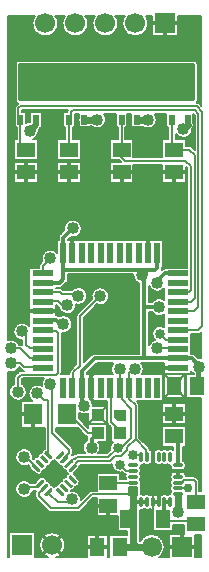
<source format=gtl>
G04 DipTrace Beta 2.3.5.2*
%INIoDriverRevC.gtl*%
%MOIN*%
%ADD13C,0.0061*%
%ADD14C,0.022*%
%ADD15C,0.0197*%
%ADD16C,0.0118*%
%ADD17C,0.013*%
%ADD19C,0.0079*%
%ADD20C,0.0071*%
%ADD21R,0.0591X0.0512*%
%ADD22R,0.0512X0.0591*%
%ADD23R,0.063X0.0709*%
%ADD26R,0.0669X0.0669*%
%ADD27C,0.0669*%
%ADD28R,0.0472X0.063*%
%ADD30R,0.0197X0.0335*%
%ADD33R,0.0709X0.0197*%
%ADD34R,0.0197X0.0709*%
%ADD36O,0.0118X0.0335*%
%ADD37O,0.0335X0.0118*%
%ADD38R,0.0965X0.0965*%
%ADD42R,0.0433X0.0394*%
%ADD43C,0.04*%
%ADD45C,0.0295*%
%ADD47C,0.0335*%
%FSLAX44Y44*%
G04*
G70*
G90*
G75*
G01*
%LNTop*%
%LPD*%
X10473Y6009D2*
D13*
Y6670D1*
X10406Y6737D1*
X10091D1*
X10010Y6656D1*
X9884D1*
X8878Y18753D2*
D14*
X8515D1*
D15*
D3*
X8003Y17751D2*
D13*
Y18753D1*
X9866Y12998D2*
X10248D1*
X10315Y13065D1*
Y17190D1*
X10128Y17378D1*
X8128D1*
X7755Y17751D1*
X8003D1*
X5148Y7148D2*
Y7170D1*
X4815Y7503D1*
X4753D1*
X5287Y6619D2*
Y6599D1*
X5190Y6503D1*
X4815D1*
X4753Y6440D1*
X4503Y14315D2*
Y14378D1*
X9884Y7050D2*
D16*
Y6853D1*
X9234Y6007D2*
X9037D1*
X9234D2*
Y6239D1*
D17*
Y6656D1*
X9136Y6755D1*
X6992Y9809D2*
Y10232D1*
X7103Y10343D1*
X7343D1*
X7440Y10440D1*
X6992Y9809D2*
Y9451D1*
X7128Y9315D1*
X7190Y18753D2*
D14*
X6765D1*
D15*
D3*
X6253Y17751D2*
D13*
Y18753D1*
X9866Y12368D2*
X10430D1*
X10565Y12503D1*
Y18940D1*
X10440Y19065D1*
X6378D1*
X6315Y19003D1*
Y18815D1*
X6253Y18753D1*
X7565Y6624D2*
Y6656D1*
X8387D1*
X9753Y8192D2*
D17*
X9878D1*
Y7253D1*
D13*
X9872Y7247D1*
X4315Y10626D2*
X4627D1*
X4752Y10501D1*
X5354D1*
X5378Y10478D1*
X4315Y11128D2*
X4628D1*
X4940Y10815D1*
X5065D1*
Y10753D1*
X5337D1*
X5378Y10793D1*
X9866Y11423D2*
X9480D1*
X9284Y11619D1*
X10213Y6489D2*
Y6459D1*
X9884D1*
X5140Y18753D2*
D15*
Y18577D1*
X4940Y18378D1*
X4815Y17751D2*
D13*
X4628D1*
Y18753D1*
X9866Y11738D2*
X10550D1*
X10690Y11878D1*
Y19003D1*
X10503Y19190D1*
X4628D1*
X4565Y19128D1*
Y18815D1*
X4628Y18753D1*
X7937Y10437D2*
Y9809D1*
X8643Y7503D2*
Y7563D1*
X8378D1*
X7878Y7815D2*
Y7737D1*
X7924D1*
X8327Y8139D1*
Y9116D1*
X8003Y9440D1*
Y9743D1*
X7937Y9809D1*
X6233Y7287D2*
Y7294D1*
X6382Y7442D1*
X6444D1*
X6504Y7503D1*
X7565D1*
X7878Y7815D1*
X4690Y11690D2*
X4815D1*
Y11253D1*
X4940Y11128D1*
X5358D1*
X5378Y11108D1*
X8252Y9809D2*
Y9441D1*
X8467Y9226D1*
Y8101D1*
X8815Y7753D1*
Y7503D1*
X8840D1*
X8440Y10440D2*
X8378D1*
X8253Y10315D1*
Y9810D1*
X8252Y9809D1*
X8467Y8101D2*
X8190Y7824D1*
Y7753D1*
X7970Y7532D1*
X7782D1*
X7628Y7378D1*
X6565D1*
X6372Y7185D1*
Y7148D1*
X9628Y6007D2*
D16*
X9431D1*
X10473Y5261D2*
D13*
Y5378D1*
X9503D1*
X9431Y5450D1*
D16*
Y6007D1*
Y5774D1*
D17*
Y5491D1*
X9378Y5438D1*
X5628Y14127D2*
D13*
X5378Y13877D1*
Y13628D1*
X6190Y12565D2*
X6003D1*
X5878Y12690D1*
X5385D1*
X5378Y12683D1*
X6565Y12878D2*
X6440D1*
X6378Y12940D1*
X6003D1*
X5940Y13003D1*
X5383D1*
X5378Y12998D1*
X5565Y7565D2*
Y9378D1*
X5524Y9419D1*
X5399D1*
X5190Y9628D1*
X6094Y7426D2*
Y7469D1*
X6253Y7628D1*
Y7753D1*
X5690Y8315D1*
Y9878D1*
X5628Y9940D1*
X6065Y11940D2*
D17*
X5940D1*
X5815Y12065D1*
X5390D1*
X5378Y12053D1*
X4544Y9682D2*
D13*
Y10142D1*
X4652Y10251D1*
X5815D1*
X5878Y10314D1*
Y11628D1*
X5815Y11690D1*
X5425D1*
X5378Y11738D1*
X5565Y6340D2*
Y6315D1*
X5878Y6003D1*
X6254D1*
X6347Y6095D1*
X9884Y5688D2*
D14*
Y6190D1*
D16*
Y6263D1*
X8387D2*
D14*
Y5794D1*
Y5629D1*
Y4503D1*
X9003D1*
X7938D2*
X8387D1*
X8840Y6007D2*
D16*
X8794D1*
X8643D1*
X8794D2*
D17*
X8440D1*
Y4628D1*
X8565Y4503D1*
X9003D1*
X6677Y9809D2*
X6690Y9822D1*
Y10378D1*
X7106Y10793D1*
X8753D1*
X9866D1*
X9197Y14297D2*
X9190Y14291D1*
Y13815D1*
X9128Y13753D1*
X8823D1*
X6065D1*
X6047Y13771D1*
Y14297D1*
X6065Y13753D2*
Y13440D1*
X5938Y13313D1*
X5378D1*
X8823Y13753D2*
Y13565D1*
X8753D1*
Y12503D1*
Y10793D1*
X10503Y9878D2*
X10565Y9940D1*
Y10565D1*
X10337Y10793D1*
X9866D1*
X8387Y6459D2*
D16*
Y6263D1*
X6378Y15127D2*
D17*
X6065Y14814D1*
Y14315D1*
X6047Y14297D1*
X8690Y13565D2*
X8753D1*
X6752Y9221D2*
Y9348D1*
X6677D1*
Y9809D1*
X8801Y19579D2*
D14*
X8259D1*
X9253Y12503D2*
D17*
X8753D1*
X8387Y6263D2*
D13*
X7013D1*
X6546Y5796D1*
X5647D1*
X5253Y6190D1*
Y6306D1*
X5426Y6479D1*
X10567Y10516D2*
D17*
Y9942D1*
X8197Y5438D2*
Y5603D1*
X8387Y5794D1*
Y5629D2*
X8197Y5438D1*
X7201Y8312D2*
D13*
X6886D1*
X6264Y8934D1*
X6166D1*
X7000Y7816D2*
D17*
Y8111D1*
X7201Y8312D1*
X10202Y18752D2*
D15*
Y18576D1*
D14*
X10065Y18440D1*
X9753Y17751D2*
D13*
X9690D1*
Y18752D1*
X9866Y12683D2*
X10308D1*
X10440Y12815D1*
Y17565D1*
X10253Y17753D1*
X9755D1*
X9753Y17751D1*
X7949Y8312D2*
Y8359D1*
X7642Y8666D1*
Y9789D1*
X7622Y9809D1*
X9190Y13315D2*
D17*
X9128D1*
X9440Y13628D1*
X9866D1*
X8387Y7050D2*
D13*
X8141D1*
X7940Y7251D1*
X9190Y11128D2*
X9846D1*
X9866Y11108D1*
X7292Y12867D2*
X6618Y12194D1*
Y10554D1*
X6390Y10326D1*
Y9837D1*
X6362Y9809D1*
D43*
X8878Y18753D3*
X4753Y7503D3*
Y6440D3*
X4503Y14315D3*
X7190Y18753D3*
X4315Y10626D3*
Y11128D3*
D45*
X10213Y6489D3*
D43*
X4940Y18378D3*
X7937Y10437D3*
D47*
X8378Y7563D3*
X7878Y7815D3*
D3*
D43*
X4690Y11690D3*
X8440Y10440D3*
X5628Y14127D3*
X6190Y12565D3*
X6565Y12878D3*
X5190Y9628D3*
X5628Y9940D3*
X6065Y11940D3*
X4544Y9682D3*
X6347Y6095D3*
X9884Y5688D3*
X6347Y6095D3*
X6378Y15127D3*
X8690Y13565D3*
X6752Y9221D3*
X8801Y19579D3*
X9253Y12503D3*
X10567Y10516D3*
X7000Y7816D3*
X10065Y18440D3*
X9190Y13315D3*
D47*
X7940Y7251D3*
D43*
X9190Y11128D3*
X7292Y12867D3*
X9440Y7003D3*
X8940D3*
Y6565D3*
X9440D3*
X8807Y5190D3*
X6503Y7938D3*
X8128Y15253D3*
X8878Y15315D3*
X5190Y7940D3*
X7440Y11190D3*
X7378Y11878D3*
X8065Y13190D3*
X7440Y10440D3*
X5190Y5626D3*
X4690Y7001D3*
X9008Y8103D3*
X7378Y16814D3*
X8690Y21002D3*
X7628D3*
X6628D3*
X4815Y21065D3*
D47*
X6977Y6997D3*
X4752Y12376D3*
X9284Y11619D3*
X4643Y20434D2*
D17*
X10363D1*
X4643Y20305D2*
X10363D1*
X4643Y20177D2*
X10363D1*
X4643Y20048D2*
X10363D1*
X4643Y19920D2*
X10363D1*
X4643Y19791D2*
X10363D1*
X4643Y19662D2*
X10363D1*
X4643Y19534D2*
X10363D1*
X4630Y20498D2*
Y19443D1*
X10375D1*
Y20563D1*
X4630D1*
Y20498D1*
X4227Y22162D2*
D13*
X5071D1*
X5843D2*
X6071D1*
X6843D2*
X7071D1*
X7842D2*
X8071D1*
X8842D2*
X9022D1*
X9892D2*
X10653D1*
X4227Y22102D2*
X5045D1*
X5868D2*
X6045D1*
X6868D2*
X7045D1*
X7868D2*
X8045D1*
X8868D2*
X9022D1*
X9892D2*
X10653D1*
X4227Y22042D2*
X5029D1*
X5885D2*
X6029D1*
X6885D2*
X7029D1*
X7885D2*
X8029D1*
X8885D2*
X9022D1*
X9892D2*
X10653D1*
X4227Y21982D2*
X5022D1*
X5892D2*
X6022D1*
X6891D2*
X7022D1*
X7891D2*
X8022D1*
X8891D2*
X9022D1*
X9892D2*
X10653D1*
X4227Y21921D2*
X5023D1*
X5891D2*
X6023D1*
X6890D2*
X7023D1*
X7890D2*
X8023D1*
X8890D2*
X9022D1*
X9892D2*
X10653D1*
X4227Y21861D2*
X5034D1*
X5880D2*
X6034D1*
X6880D2*
X7034D1*
X7880D2*
X8034D1*
X8880D2*
X9022D1*
X9892D2*
X10653D1*
X4227Y21801D2*
X5053D1*
X5861D2*
X6053D1*
X6861D2*
X7053D1*
X7861D2*
X8053D1*
X8862D2*
X9022D1*
X9892D2*
X10653D1*
X4227Y21741D2*
X5083D1*
X5831D2*
X6083D1*
X6831D2*
X7083D1*
X7831D2*
X8083D1*
X8831D2*
X9022D1*
X9892D2*
X10653D1*
X4227Y21681D2*
X5126D1*
X5788D2*
X6126D1*
X6788D2*
X7126D1*
X7788D2*
X8126D1*
X8788D2*
X9022D1*
X9892D2*
X10653D1*
X4227Y21621D2*
X5189D1*
X5725D2*
X6189D1*
X6724D2*
X7189D1*
X7724D2*
X8189D1*
X8724D2*
X9022D1*
X9892D2*
X10653D1*
X4227Y21561D2*
X5297D1*
X5617D2*
X6297D1*
X6617D2*
X7297D1*
X7617D2*
X8297D1*
X8617D2*
X9022D1*
X9892D2*
X10653D1*
X4227Y21501D2*
X10653D1*
X4227Y21441D2*
X10653D1*
X4227Y21380D2*
X10653D1*
X4227Y21320D2*
X10653D1*
X4227Y21260D2*
X10653D1*
X4227Y21200D2*
X10653D1*
X4227Y21140D2*
X10653D1*
X4227Y21080D2*
X10653D1*
X4227Y21020D2*
X10653D1*
X4227Y20960D2*
X10653D1*
X4227Y20900D2*
X10653D1*
X4227Y20840D2*
X10653D1*
X4227Y20779D2*
X10653D1*
X4227Y20719D2*
X4537D1*
X10469D2*
X10653D1*
X4227Y20659D2*
X4470D1*
X10535D2*
X10653D1*
X4227Y20599D2*
X4465D1*
X10541D2*
X10653D1*
X4227Y20539D2*
X4465D1*
X10541D2*
X10653D1*
X4227Y20479D2*
X4465D1*
X10541D2*
X10653D1*
X4227Y20419D2*
X4465D1*
X10541D2*
X10653D1*
X4227Y20359D2*
X4465D1*
X10541D2*
X10653D1*
X4227Y20299D2*
X4465D1*
X10541D2*
X10653D1*
X4227Y20238D2*
X4465D1*
X10541D2*
X10653D1*
X4227Y20178D2*
X4465D1*
X10541D2*
X10653D1*
X4227Y20118D2*
X4465D1*
X10541D2*
X10653D1*
X4227Y20058D2*
X4465D1*
X10541D2*
X10653D1*
X4227Y19998D2*
X4465D1*
X10541D2*
X10653D1*
X4227Y19938D2*
X4465D1*
X10541D2*
X10653D1*
X4227Y19878D2*
X4465D1*
X10541D2*
X10653D1*
X4227Y19818D2*
X4465D1*
X10541D2*
X10653D1*
X4227Y19758D2*
X4465D1*
X10541D2*
X10653D1*
X4227Y19698D2*
X4465D1*
X10541D2*
X10653D1*
X4227Y19637D2*
X4465D1*
X10541D2*
X10653D1*
X4227Y19577D2*
X4465D1*
X10541D2*
X10653D1*
X4227Y19517D2*
X4465D1*
X10541D2*
X10653D1*
X4227Y19457D2*
X4465D1*
X10541D2*
X10653D1*
X4227Y19397D2*
X4465D1*
X10541D2*
X10653D1*
X4227Y19337D2*
X4473D1*
X10531D2*
X10653D1*
X4227Y19277D2*
X4531D1*
X10600D2*
X10653D1*
X4227Y19217D2*
X4471D1*
X4227Y19157D2*
X4437D1*
X4227Y19096D2*
X4434D1*
X4227Y19036D2*
X4434D1*
X4697D2*
X6188D1*
X4227Y18976D2*
X4428D1*
X4826D2*
X4941D1*
X5339D2*
X6054D1*
X4227Y18916D2*
X4428D1*
X4826D2*
X4941D1*
X5339D2*
X6054D1*
X6452D2*
X6565D1*
X7441D2*
X7803D1*
X8201D2*
X8316D1*
X9128D2*
X9491D1*
X4227Y18856D2*
X4428D1*
X4826D2*
X4941D1*
X5339D2*
X6054D1*
X6452D2*
X6565D1*
X7472D2*
X7803D1*
X8201D2*
X8316D1*
X9159D2*
X9491D1*
X10401D2*
X10435D1*
X4227Y18796D2*
X4428D1*
X4826D2*
X4941D1*
X5339D2*
X6054D1*
X6452D2*
X6559D1*
X7487D2*
X7803D1*
X8201D2*
X8309D1*
X9175D2*
X9491D1*
X10401D2*
X10435D1*
X4227Y18736D2*
X4428D1*
X4826D2*
X4941D1*
X5339D2*
X6054D1*
X6452D2*
X6555D1*
X7490D2*
X7803D1*
X8201D2*
X8305D1*
X9177D2*
X9491D1*
X10401D2*
X10435D1*
X4227Y18676D2*
X4428D1*
X4826D2*
X4941D1*
X5339D2*
X6054D1*
X6452D2*
X6565D1*
X7481D2*
X7803D1*
X8201D2*
X8316D1*
X9168D2*
X9491D1*
X10401D2*
X10435D1*
X4227Y18616D2*
X4428D1*
X5339D2*
X6054D1*
X6452D2*
X6565D1*
X7457D2*
X7803D1*
X8201D2*
X8316D1*
X9144D2*
X9491D1*
X10410D2*
X10433D1*
X4227Y18556D2*
X4428D1*
X5339D2*
X6054D1*
X6452D2*
X6565D1*
X7414D2*
X7803D1*
X8201D2*
X8316D1*
X9102D2*
X9491D1*
X10412D2*
X10434D1*
X4227Y18495D2*
X4428D1*
X5339D2*
X6054D1*
X6452D2*
X6565D1*
X6963D2*
X7041D1*
X7339D2*
X7803D1*
X8201D2*
X8316D1*
X9026D2*
X9491D1*
X10401D2*
X10435D1*
X4227Y18435D2*
X4496D1*
X5276D2*
X6121D1*
X6384D2*
X7871D1*
X8134D2*
X9559D1*
X10366D2*
X10434D1*
X4227Y18375D2*
X4496D1*
X5241D2*
X6121D1*
X6384D2*
X7871D1*
X8134D2*
X9559D1*
X10359D2*
X10434D1*
X4227Y18315D2*
X4496D1*
X5234D2*
X6121D1*
X6384D2*
X7871D1*
X8134D2*
X9559D1*
X10339D2*
X10434D1*
X4227Y18255D2*
X4496D1*
X5214D2*
X6121D1*
X6384D2*
X7871D1*
X8134D2*
X9559D1*
X10301D2*
X10434D1*
X4227Y18195D2*
X4496D1*
X5178D2*
X6121D1*
X6384D2*
X7871D1*
X8134D2*
X9559D1*
X9822D2*
X9895D1*
X10236D2*
X10434D1*
X4227Y18135D2*
X4496D1*
X5113D2*
X6121D1*
X6384D2*
X7871D1*
X8134D2*
X9559D1*
X9822D2*
X10434D1*
X4227Y18075D2*
X4420D1*
X5211D2*
X5857D1*
X6649D2*
X7607D1*
X8398D2*
X9357D1*
X10149D2*
X10434D1*
X4227Y18015D2*
X4420D1*
X5211D2*
X5857D1*
X6649D2*
X7607D1*
X8398D2*
X9357D1*
X10149D2*
X10434D1*
X4227Y17955D2*
X4420D1*
X5211D2*
X5857D1*
X6649D2*
X7607D1*
X8398D2*
X9357D1*
X10149D2*
X10434D1*
X4227Y17894D2*
X4420D1*
X5211D2*
X5857D1*
X6649D2*
X7607D1*
X8398D2*
X9357D1*
X10149D2*
X10434D1*
X4227Y17834D2*
X4420D1*
X5211D2*
X5857D1*
X6649D2*
X7607D1*
X8398D2*
X9357D1*
X10354D2*
X10434D1*
X4227Y17774D2*
X4420D1*
X5211D2*
X5857D1*
X6649D2*
X7607D1*
X8398D2*
X9357D1*
X10414D2*
X10433D1*
X4227Y17714D2*
X4420D1*
X5211D2*
X5857D1*
X6649D2*
X7607D1*
X8398D2*
X9357D1*
X4227Y17654D2*
X4420D1*
X5211D2*
X5857D1*
X6649D2*
X7607D1*
X8398D2*
X9357D1*
X4227Y17594D2*
X4420D1*
X5211D2*
X5857D1*
X6649D2*
X7607D1*
X8398D2*
X9357D1*
X4227Y17534D2*
X4420D1*
X5211D2*
X5857D1*
X6649D2*
X7607D1*
X8398D2*
X9357D1*
X4227Y17474D2*
X4420D1*
X5211D2*
X5857D1*
X6649D2*
X7607D1*
X4227Y17414D2*
X4420D1*
X5211D2*
X5857D1*
X6649D2*
X7607D1*
X4227Y17353D2*
X7968D1*
X4227Y17293D2*
X4420D1*
X5211D2*
X5857D1*
X6649D2*
X7607D1*
X4227Y17233D2*
X4420D1*
X5211D2*
X5857D1*
X6649D2*
X7607D1*
X8398D2*
X9357D1*
X4227Y17173D2*
X4420D1*
X5211D2*
X5857D1*
X6649D2*
X7607D1*
X8398D2*
X9357D1*
X4227Y17113D2*
X4420D1*
X5211D2*
X5857D1*
X6649D2*
X7607D1*
X8398D2*
X9357D1*
X10149D2*
X10184D1*
X4227Y17053D2*
X4420D1*
X5211D2*
X5857D1*
X6649D2*
X7607D1*
X8398D2*
X9357D1*
X10149D2*
X10184D1*
X4227Y16993D2*
X4420D1*
X5211D2*
X5857D1*
X6649D2*
X7607D1*
X8398D2*
X9357D1*
X10149D2*
X10184D1*
X4227Y16933D2*
X4420D1*
X5211D2*
X5857D1*
X6649D2*
X7607D1*
X8398D2*
X9357D1*
X10149D2*
X10184D1*
X4227Y16873D2*
X4420D1*
X5211D2*
X5857D1*
X6649D2*
X7607D1*
X8398D2*
X9357D1*
X10149D2*
X10184D1*
X4227Y16813D2*
X4420D1*
X5211D2*
X5857D1*
X6649D2*
X7607D1*
X8398D2*
X9357D1*
X10149D2*
X10184D1*
X4227Y16752D2*
X4420D1*
X5211D2*
X5857D1*
X6649D2*
X7607D1*
X8398D2*
X9357D1*
X10149D2*
X10184D1*
X4227Y16692D2*
X4420D1*
X5211D2*
X5857D1*
X6649D2*
X7607D1*
X8398D2*
X9357D1*
X10149D2*
X10184D1*
X4227Y16632D2*
X10184D1*
X4227Y16572D2*
X10184D1*
X4227Y16512D2*
X10184D1*
X4227Y16452D2*
X10184D1*
X4227Y16392D2*
X10184D1*
X4227Y16332D2*
X10184D1*
X4227Y16272D2*
X10184D1*
X4227Y16211D2*
X10184D1*
X4227Y16151D2*
X10184D1*
X4227Y16091D2*
X10184D1*
X4227Y16031D2*
X10184D1*
X4227Y15971D2*
X10184D1*
X4227Y15911D2*
X10184D1*
X4227Y15851D2*
X10184D1*
X4227Y15791D2*
X10184D1*
X4227Y15731D2*
X10184D1*
X4227Y15671D2*
X10184D1*
X4227Y15610D2*
X10184D1*
X4227Y15550D2*
X10184D1*
X4227Y15490D2*
X10184D1*
X4227Y15430D2*
X10184D1*
X4227Y15370D2*
X6206D1*
X6550D2*
X10184D1*
X4227Y15310D2*
X6141D1*
X6614D2*
X10184D1*
X4227Y15250D2*
X6104D1*
X6652D2*
X10184D1*
X4227Y15190D2*
X6084D1*
X6672D2*
X10184D1*
X4227Y15130D2*
X6077D1*
X6678D2*
X10184D1*
X4227Y15069D2*
X6083D1*
X6673D2*
X10184D1*
X4227Y15009D2*
X6029D1*
X6653D2*
X10184D1*
X4227Y14949D2*
X5968D1*
X6619D2*
X10184D1*
X4227Y14889D2*
X5919D1*
X6558D2*
X10184D1*
X4227Y14829D2*
X5900D1*
X6312D2*
X10184D1*
X4227Y14769D2*
X5899D1*
X6251D2*
X10184D1*
X4227Y14709D2*
X5848D1*
X9395D2*
X10184D1*
X4227Y14649D2*
X5848D1*
X9395D2*
X10184D1*
X4227Y14589D2*
X5848D1*
X9395D2*
X10184D1*
X4227Y14529D2*
X5848D1*
X9395D2*
X10184D1*
X4227Y14468D2*
X5848D1*
X9395D2*
X10184D1*
X4227Y14408D2*
X5536D1*
X5720D2*
X5848D1*
X9395D2*
X10184D1*
X4227Y14348D2*
X5427D1*
X5827D2*
X5849D1*
X9395D2*
X10184D1*
X4227Y14288D2*
X5375D1*
X9395D2*
X10184D1*
X4227Y14228D2*
X5345D1*
X9395D2*
X10184D1*
X4227Y14168D2*
X5330D1*
X9395D2*
X10184D1*
X4227Y14108D2*
X5327D1*
X9395D2*
X10184D1*
X4227Y14048D2*
X5338D1*
X9395D2*
X10184D1*
X4227Y13988D2*
X5305D1*
X9395D2*
X10184D1*
X4227Y13927D2*
X5257D1*
X9395D2*
X10184D1*
X4227Y13867D2*
X5247D1*
X9395D2*
X10184D1*
X4227Y13807D2*
X4922D1*
X9356D2*
X9411D1*
X4227Y13747D2*
X4922D1*
X4227Y13687D2*
X4922D1*
X4227Y13627D2*
X4922D1*
X4227Y13567D2*
X4922D1*
X6230D2*
X8390D1*
X4227Y13507D2*
X4922D1*
X6230D2*
X8395D1*
X4227Y13447D2*
X4922D1*
X6230D2*
X8415D1*
X4227Y13387D2*
X4922D1*
X6222D2*
X8450D1*
X4227Y13326D2*
X4922D1*
X6183D2*
X8512D1*
X4227Y13266D2*
X4922D1*
X6123D2*
X8587D1*
X4227Y13206D2*
X4922D1*
X6062D2*
X8587D1*
X4227Y13146D2*
X4922D1*
X5833D2*
X6438D1*
X6692D2*
X7192D1*
X7391D2*
X8587D1*
X8918D2*
X8943D1*
X4227Y13086D2*
X4922D1*
X6040D2*
X6351D1*
X6779D2*
X7088D1*
X7494D2*
X8587D1*
X8918D2*
X8999D1*
X9381D2*
X9411D1*
X4227Y13026D2*
X4922D1*
X6825D2*
X7038D1*
X7546D2*
X8587D1*
X8918D2*
X9129D1*
X9251D2*
X9411D1*
X4227Y12966D2*
X4922D1*
X6852D2*
X7008D1*
X7575D2*
X8587D1*
X8918D2*
X9411D1*
X4227Y12906D2*
X4922D1*
X6865D2*
X6993D1*
X7589D2*
X8587D1*
X8918D2*
X9411D1*
X4227Y12846D2*
X4922D1*
X6864D2*
X6991D1*
X7591D2*
X8587D1*
X8918D2*
X9411D1*
X4227Y12785D2*
X4922D1*
X6851D2*
X7002D1*
X7580D2*
X8587D1*
X8918D2*
X9164D1*
X9340D2*
X9411D1*
X4227Y12725D2*
X4922D1*
X6823D2*
X6967D1*
X7556D2*
X8587D1*
X8918D2*
X9054D1*
X4227Y12665D2*
X4922D1*
X6775D2*
X6907D1*
X7512D2*
X8587D1*
X8918D2*
X9001D1*
X4227Y12605D2*
X4922D1*
X6683D2*
X6847D1*
X7433D2*
X8587D1*
X4227Y12545D2*
X4922D1*
X6490D2*
X6787D1*
X7152D2*
X8587D1*
X4227Y12485D2*
X4922D1*
X5833D2*
X5899D1*
X6480D2*
X6727D1*
X7093D2*
X8587D1*
X4227Y12425D2*
X4922D1*
X5833D2*
X5925D1*
X6455D2*
X6666D1*
X7033D2*
X8587D1*
X4227Y12365D2*
X4922D1*
X5833D2*
X5968D1*
X6412D2*
X6607D1*
X6973D2*
X8587D1*
X4227Y12305D2*
X4922D1*
X5833D2*
X6047D1*
X6334D2*
X6546D1*
X6913D2*
X8587D1*
X8918D2*
X9029D1*
X4227Y12245D2*
X4922D1*
X5833D2*
X6498D1*
X6852D2*
X8587D1*
X8918D2*
X9105D1*
X4227Y12184D2*
X4922D1*
X6236D2*
X6487D1*
X6793D2*
X8587D1*
X8918D2*
X9411D1*
X4227Y12124D2*
X4922D1*
X6301D2*
X6487D1*
X6749D2*
X8587D1*
X8918D2*
X9411D1*
X4227Y12064D2*
X4922D1*
X6339D2*
X6487D1*
X6749D2*
X8587D1*
X8918D2*
X9411D1*
X4227Y12004D2*
X4922D1*
X6359D2*
X6487D1*
X6749D2*
X8587D1*
X8918D2*
X9411D1*
X4227Y11944D2*
X4535D1*
X4845D2*
X4922D1*
X6366D2*
X6487D1*
X6749D2*
X8587D1*
X8918D2*
X9411D1*
X4227Y11884D2*
X4462D1*
X6361D2*
X6487D1*
X6749D2*
X8587D1*
X8918D2*
X9411D1*
X4227Y11824D2*
X4422D1*
X6342D2*
X6487D1*
X6749D2*
X8587D1*
X8918D2*
X9115D1*
X4227Y11764D2*
X4398D1*
X6307D2*
X6487D1*
X6749D2*
X8587D1*
X8918D2*
X9060D1*
X4227Y11704D2*
X4390D1*
X6247D2*
X6487D1*
X6749D2*
X8587D1*
X8918D2*
X9030D1*
X4227Y11643D2*
X4394D1*
X6008D2*
X6487D1*
X6749D2*
X8587D1*
X8918D2*
X9017D1*
X4227Y11583D2*
X4410D1*
X6009D2*
X6487D1*
X6749D2*
X8587D1*
X8918D2*
X9018D1*
X10321D2*
X10653D1*
X4227Y11523D2*
X4442D1*
X6009D2*
X6487D1*
X6749D2*
X8587D1*
X8918D2*
X9034D1*
X10321D2*
X10653D1*
X4227Y11463D2*
X4496D1*
X6009D2*
X6487D1*
X6749D2*
X8587D1*
X8918D2*
X9067D1*
X10321D2*
X10653D1*
X4425Y11403D2*
X4618D1*
X6009D2*
X6487D1*
X6749D2*
X8587D1*
X8918D2*
X9080D1*
X10321D2*
X10653D1*
X4522Y11343D2*
X4684D1*
X6009D2*
X6487D1*
X6749D2*
X8587D1*
X8918D2*
X8983D1*
X10321D2*
X10653D1*
X4572Y11283D2*
X4684D1*
X6009D2*
X6487D1*
X6749D2*
X8587D1*
X10321D2*
X10653D1*
X6009Y11223D2*
X6487D1*
X6749D2*
X8587D1*
X10321D2*
X10653D1*
X6009Y11163D2*
X6487D1*
X6749D2*
X8587D1*
X10321D2*
X10653D1*
X6009Y11103D2*
X6487D1*
X6749D2*
X8587D1*
X10321D2*
X10653D1*
X6009Y11042D2*
X6487D1*
X6749D2*
X8587D1*
X10321D2*
X10653D1*
X6009Y10982D2*
X6487D1*
X6749D2*
X8587D1*
X10321D2*
X10653D1*
X6009Y10922D2*
X6487D1*
X6749D2*
X7006D1*
X10436D2*
X10653D1*
X6009Y10862D2*
X6487D1*
X6749D2*
X6943D1*
X10500D2*
X10653D1*
X6009Y10802D2*
X6487D1*
X6749D2*
X6883D1*
X6009Y10742D2*
X6487D1*
X6749D2*
X6823D1*
X6009Y10682D2*
X6487D1*
X6009Y10622D2*
X6487D1*
X7166D2*
X7702D1*
X8678D2*
X9411D1*
X6009Y10562D2*
X6443D1*
X7105D2*
X7664D1*
X8715D2*
X9411D1*
X6009Y10501D2*
X6382D1*
X7046D2*
X7643D1*
X8734D2*
X9411D1*
X4550Y10441D2*
X4629D1*
X6009D2*
X6323D1*
X6986D2*
X7636D1*
X8741D2*
X9411D1*
X4485Y10381D2*
X4710D1*
X6009D2*
X6272D1*
X6925D2*
X7641D1*
X8735D2*
X9411D1*
X4227Y10321D2*
X4540D1*
X6009D2*
X6258D1*
X6866D2*
X7659D1*
X8716D2*
X9411D1*
X10321D2*
X10341D1*
X4227Y10261D2*
X4479D1*
X5997D2*
X6258D1*
X6856D2*
X7694D1*
X8680D2*
X9398D1*
X10111D2*
X10146D1*
X4227Y10201D2*
X4426D1*
X10111D2*
X10146D1*
X4227Y10141D2*
X4412D1*
X10111D2*
X10146D1*
X4227Y10081D2*
X4412D1*
X4675D2*
X5363D1*
X10111D2*
X10146D1*
X4227Y10021D2*
X4412D1*
X4675D2*
X5338D1*
X10111D2*
X10146D1*
X4227Y9961D2*
X4412D1*
X4675D2*
X5327D1*
X10111D2*
X10146D1*
X4227Y9900D2*
X4340D1*
X4747D2*
X5073D1*
X5307D2*
X5329D1*
X10111D2*
X10146D1*
X4227Y9840D2*
X4289D1*
X4798D2*
X4980D1*
X10111D2*
X10146D1*
X4227Y9780D2*
X4260D1*
X4827D2*
X4932D1*
X10111D2*
X10146D1*
X4842Y9720D2*
X4904D1*
X10111D2*
X10146D1*
X4844Y9660D2*
X4892D1*
X10111D2*
X10146D1*
X4227Y9600D2*
X4255D1*
X4832D2*
X4891D1*
X10111D2*
X10146D1*
X4227Y9540D2*
X4280D1*
X4808D2*
X4903D1*
X10111D2*
X10146D1*
X4227Y9480D2*
X4324D1*
X4764D2*
X4929D1*
X9395D2*
X10653D1*
X4227Y9420D2*
X4403D1*
X4683D2*
X4975D1*
X9395D2*
X10653D1*
X4227Y9359D2*
X4648D1*
X7018D2*
X7511D1*
X8516D2*
X10653D1*
X4227Y9299D2*
X4648D1*
X7042D2*
X7511D1*
X8575D2*
X10653D1*
X4227Y9239D2*
X4648D1*
X7052D2*
X7511D1*
X8598D2*
X9357D1*
X10149D2*
X10653D1*
X4227Y9179D2*
X4648D1*
X8599D2*
X9357D1*
X10149D2*
X10653D1*
X4227Y9119D2*
X4648D1*
X8599D2*
X9357D1*
X10149D2*
X10653D1*
X4227Y9059D2*
X4648D1*
X8599D2*
X9357D1*
X10149D2*
X10653D1*
X4227Y8999D2*
X4648D1*
X8599D2*
X9357D1*
X10149D2*
X10653D1*
X4227Y8939D2*
X4648D1*
X6581D2*
X6662D1*
X6842D2*
X6884D1*
X8599D2*
X9357D1*
X10149D2*
X10653D1*
X4227Y8879D2*
X4648D1*
X6581D2*
X6884D1*
X8599D2*
X9357D1*
X10149D2*
X10653D1*
X4227Y8819D2*
X4648D1*
X6581D2*
X6884D1*
X8599D2*
X9357D1*
X10149D2*
X10653D1*
X4227Y8758D2*
X4648D1*
X6623D2*
X6884D1*
X8599D2*
X9357D1*
X10149D2*
X10653D1*
X4227Y8698D2*
X4648D1*
X6682D2*
X6884D1*
X8599D2*
X9357D1*
X10149D2*
X10653D1*
X4227Y8638D2*
X4648D1*
X6743D2*
X6884D1*
X8599D2*
X9357D1*
X10149D2*
X10653D1*
X4227Y8578D2*
X4648D1*
X6803D2*
X6884D1*
X7518D2*
X7547D1*
X8599D2*
X10653D1*
X4227Y8518D2*
X4648D1*
X6863D2*
X6884D1*
X7518D2*
X7607D1*
X8599D2*
X9357D1*
X10149D2*
X10653D1*
X4227Y8458D2*
X5434D1*
X5821D2*
X6557D1*
X7518D2*
X7632D1*
X8599D2*
X9357D1*
X10149D2*
X10653D1*
X4227Y8398D2*
X5434D1*
X5821D2*
X6617D1*
X7518D2*
X7632D1*
X8599D2*
X9357D1*
X10149D2*
X10653D1*
X4227Y8338D2*
X5434D1*
X5851D2*
X6677D1*
X7518D2*
X7632D1*
X8599D2*
X9357D1*
X10149D2*
X10653D1*
X4227Y8278D2*
X5434D1*
X5911D2*
X6737D1*
X7518D2*
X7632D1*
X8599D2*
X9357D1*
X10149D2*
X10653D1*
X4227Y8217D2*
X5434D1*
X5971D2*
X6798D1*
X7518D2*
X7632D1*
X8599D2*
X9357D1*
X10149D2*
X10653D1*
X4227Y8157D2*
X5434D1*
X6031D2*
X6842D1*
X7518D2*
X7632D1*
X8599D2*
X9357D1*
X10149D2*
X10653D1*
X4227Y8097D2*
X5434D1*
X6091D2*
X6835D1*
X7518D2*
X7632D1*
X8653D2*
X9357D1*
X10149D2*
X10653D1*
X4227Y8037D2*
X5434D1*
X6152D2*
X6800D1*
X7518D2*
X7632D1*
X8714D2*
X9357D1*
X10149D2*
X10653D1*
X4227Y7977D2*
X5434D1*
X6211D2*
X6748D1*
X7252D2*
X7666D1*
X8774D2*
X9357D1*
X10149D2*
X10653D1*
X4227Y7917D2*
X5434D1*
X6272D2*
X6718D1*
X7283D2*
X7631D1*
X8834D2*
X9357D1*
X10149D2*
X10653D1*
X4227Y7857D2*
X5434D1*
X6332D2*
X6703D1*
X7298D2*
X7613D1*
X8894D2*
X9357D1*
X10149D2*
X10653D1*
X4227Y7797D2*
X4732D1*
X4774D2*
X5434D1*
X6376D2*
X6701D1*
X7300D2*
X7610D1*
X8938D2*
X9712D1*
X10043D2*
X10653D1*
X4227Y7737D2*
X4567D1*
X4938D2*
X5363D1*
X6384D2*
X6710D1*
X7290D2*
X7616D1*
X10043D2*
X10653D1*
X4227Y7677D2*
X4509D1*
X4996D2*
X5333D1*
X6384D2*
X6734D1*
X7266D2*
X7556D1*
X10043D2*
X10653D1*
X4227Y7616D2*
X4475D1*
X5031D2*
X5242D1*
X6384D2*
X6446D1*
X10043D2*
X10653D1*
X4227Y7556D2*
X4457D1*
X5048D2*
X5201D1*
X10043D2*
X10653D1*
X4227Y7496D2*
X4452D1*
X5053D2*
X5128D1*
X10043D2*
X10653D1*
X4227Y7436D2*
X4460D1*
X10043D2*
X10653D1*
X4227Y7376D2*
X4481D1*
X5750D2*
X5770D1*
X10080D2*
X10653D1*
X4227Y7316D2*
X4518D1*
X5658D2*
X5862D1*
X10135D2*
X10653D1*
X4227Y7256D2*
X4586D1*
X5630D2*
X5891D1*
X8716D2*
X8768D1*
X8912D2*
X8964D1*
X9109D2*
X9162D1*
X9306D2*
X9359D1*
X9503D2*
X9556D1*
X10151D2*
X10653D1*
X4227Y7196D2*
X4915D1*
X5522D2*
X5998D1*
X6605D2*
X7679D1*
X8647D2*
X9625D1*
X10143D2*
X10653D1*
X4227Y7136D2*
X4941D1*
X5504D2*
X6016D1*
X6580D2*
X7699D1*
X8629D2*
X9642D1*
X10125D2*
X10653D1*
X4227Y7075D2*
X4996D1*
X5442D2*
X6077D1*
X6524D2*
X7740D1*
X8653D2*
X9618D1*
X10149D2*
X10653D1*
X4227Y7015D2*
X5057D1*
X5372D2*
X6148D1*
X6463D2*
X7820D1*
X8651D2*
X9620D1*
X10148D2*
X10653D1*
X4227Y6955D2*
X5117D1*
X5329D2*
X6190D1*
X6403D2*
X7169D1*
X7961D2*
X8053D1*
X8623D2*
X9649D1*
X10119D2*
X10653D1*
X4227Y6895D2*
X6150D1*
X6459D2*
X7169D1*
X7961D2*
X8126D1*
X8650D2*
X9622D1*
X10146D2*
X10653D1*
X4227Y6835D2*
X5295D1*
X5430D2*
X6090D1*
X6518D2*
X7169D1*
X7961D2*
X8121D1*
X8654D2*
X9617D1*
X10489D2*
X10653D1*
X4227Y6775D2*
X5220D1*
X5501D2*
X6019D1*
X6576D2*
X7169D1*
X8634D2*
X9637D1*
X10551D2*
X10653D1*
X4227Y6715D2*
X4640D1*
X4865D2*
X5160D1*
X5522D2*
X5998D1*
X6605D2*
X7169D1*
X8644D2*
X9628D1*
X10596D2*
X10653D1*
X4227Y6655D2*
X4545D1*
X4961D2*
X5100D1*
X5625D2*
X5896D1*
X6606D2*
X7169D1*
X8655D2*
X9616D1*
X10604D2*
X10653D1*
X4227Y6595D2*
X4495D1*
X5656D2*
X5864D1*
X6581D2*
X7169D1*
X8662D2*
X9629D1*
X10604D2*
X10653D1*
X4227Y6535D2*
X4468D1*
X5745D2*
X5776D1*
X6496D2*
X7169D1*
X8662D2*
X9635D1*
X10604D2*
X10653D1*
X4227Y6474D2*
X4454D1*
X6453D2*
X7169D1*
X8662D2*
X9616D1*
X10604D2*
X10653D1*
X4227Y6414D2*
X4453D1*
X6401D2*
X7169D1*
X8662D2*
X9623D1*
X10604D2*
X10653D1*
X4227Y6354D2*
X4465D1*
X5040D2*
X5131D1*
X6493D2*
X6921D1*
X8662D2*
X9646D1*
X4227Y6294D2*
X4491D1*
X5014D2*
X5121D1*
X6570D2*
X6861D1*
X8662D2*
X9619D1*
X4227Y6234D2*
X4537D1*
X4969D2*
X5121D1*
X6612D2*
X6800D1*
X4227Y6174D2*
X4621D1*
X4885D2*
X5122D1*
X6636D2*
X6741D1*
X4227Y6114D2*
X5147D1*
X6647D2*
X6681D1*
X7047D2*
X7169D1*
X4227Y6054D2*
X5206D1*
X6986D2*
X7169D1*
X4227Y5994D2*
X5266D1*
X6927D2*
X7169D1*
X4227Y5934D2*
X5326D1*
X6867D2*
X7169D1*
X4227Y5873D2*
X5386D1*
X6807D2*
X7169D1*
X4227Y5813D2*
X5446D1*
X6747D2*
X7169D1*
X4227Y5753D2*
X5507D1*
X6686D2*
X7169D1*
X8699D2*
X8784D1*
X8896D2*
X8981D1*
X4227Y5693D2*
X5569D1*
X6624D2*
X7169D1*
X8605D2*
X9041D1*
X4227Y5633D2*
X7169D1*
X8605D2*
X9041D1*
X4227Y5573D2*
X7169D1*
X8605D2*
X9041D1*
X4227Y5513D2*
X7860D1*
X8605D2*
X9041D1*
X4227Y5453D2*
X7860D1*
X8605D2*
X9041D1*
X4227Y5393D2*
X7860D1*
X8605D2*
X9041D1*
X4227Y5332D2*
X7860D1*
X8605D2*
X9041D1*
X4227Y5272D2*
X7860D1*
X8605D2*
X9041D1*
X4227Y5212D2*
X7860D1*
X8605D2*
X9041D1*
X9715D2*
X10077D1*
X4227Y5152D2*
X7860D1*
X8605D2*
X9041D1*
X9715D2*
X10077D1*
X4227Y5092D2*
X7860D1*
X8605D2*
X9041D1*
X9715D2*
X10077D1*
X4227Y5032D2*
X7860D1*
X8605D2*
X9041D1*
X9715D2*
X10077D1*
X4227Y4972D2*
X4255D1*
X5126D2*
X5547D1*
X5833D2*
X8177D1*
X8605D2*
X10077D1*
X4227Y4912D2*
X4255D1*
X5126D2*
X5431D1*
X5949D2*
X8177D1*
X8605D2*
X8867D1*
X9138D2*
X9567D1*
X4227Y4852D2*
X4255D1*
X5126D2*
X5365D1*
X6015D2*
X6834D1*
X7547D2*
X7581D1*
X8605D2*
X8747D1*
X9259D2*
X9567D1*
X10438D2*
X10653D1*
X4227Y4792D2*
X4255D1*
X5126D2*
X5320D1*
X6060D2*
X6834D1*
X7547D2*
X7581D1*
X8605D2*
X8679D1*
X9326D2*
X9567D1*
X10438D2*
X10653D1*
X4227Y4731D2*
X4255D1*
X5126D2*
X5288D1*
X6092D2*
X6834D1*
X7547D2*
X7581D1*
X8605D2*
X8633D1*
X9372D2*
X9567D1*
X10438D2*
X10653D1*
X4227Y4671D2*
X4255D1*
X5126D2*
X5268D1*
X6112D2*
X6834D1*
X7547D2*
X7581D1*
X9404D2*
X9567D1*
X10438D2*
X10653D1*
X4227Y4611D2*
X4255D1*
X5126D2*
X5257D1*
X6123D2*
X6834D1*
X7547D2*
X7581D1*
X9424D2*
X9567D1*
X10438D2*
X10653D1*
X4227Y4551D2*
X4255D1*
X5126D2*
X5255D1*
X6125D2*
X6834D1*
X7547D2*
X7581D1*
X9435D2*
X9567D1*
X10438D2*
X10653D1*
X4227Y4491D2*
X4255D1*
X5126D2*
X5261D1*
X6119D2*
X6834D1*
X7547D2*
X7581D1*
X9437D2*
X9567D1*
X10438D2*
X10653D1*
X4227Y4431D2*
X4255D1*
X5126D2*
X5277D1*
X6104D2*
X6834D1*
X7547D2*
X7581D1*
X9432D2*
X9567D1*
X10438D2*
X10653D1*
X4227Y4371D2*
X4255D1*
X5126D2*
X5302D1*
X6079D2*
X6834D1*
X7547D2*
X7581D1*
X9417D2*
X9567D1*
X10438D2*
X10653D1*
X4227Y4311D2*
X4255D1*
X5126D2*
X5339D1*
X6042D2*
X6834D1*
X7547D2*
X7581D1*
X9392D2*
X9567D1*
X10438D2*
X10653D1*
X4227Y4251D2*
X4255D1*
X5126D2*
X5392D1*
X5988D2*
X6834D1*
X7547D2*
X7581D1*
X9356D2*
X9567D1*
X10438D2*
X10653D1*
X4227Y4190D2*
X4255D1*
X5126D2*
X5475D1*
X5905D2*
X6834D1*
X7547D2*
X7581D1*
X9303D2*
X9567D1*
X10438D2*
X10653D1*
X6846Y4893D2*
X7541D1*
Y4158D1*
X7588D1*
Y4635D1*
Y4893D1*
X8184D1*
X8183Y4994D1*
Y5030D1*
X7975Y5029D1*
X7866D1*
Y5525D1*
X7697D1*
X7175D1*
Y6137D1*
X7064D1*
X6635Y5707D1*
X6610Y5689D1*
X6582Y5676D1*
X6546Y5671D1*
X5647D1*
X5616Y5674D1*
X5588Y5685D1*
X5558Y5707D1*
X5164Y6102D1*
X5145Y6126D1*
X5133Y6154D1*
X5127Y6190D1*
Y6306D1*
X5131Y6337D1*
X5148Y6375D1*
X5129Y6377D1*
X5039D1*
X5033Y6350D1*
X5022Y6321D1*
X5008Y6293D1*
X4991Y6268D1*
X4972Y6244D1*
X4951Y6222D1*
X4927Y6203D1*
X4901Y6186D1*
X4874Y6172D1*
X4845Y6161D1*
X4816Y6152D1*
X4785Y6147D1*
X4755Y6146D1*
X4724Y6147D1*
X4694Y6152D1*
X4664Y6159D1*
X4635Y6170D1*
X4608Y6184D1*
X4582Y6200D1*
X4558Y6219D1*
X4536Y6241D1*
X4516Y6264D1*
X4499Y6290D1*
X4485Y6317D1*
X4474Y6346D1*
X4465Y6375D1*
X4460Y6405D1*
X4458Y6436D1*
X4459Y6467D1*
X4464Y6497D1*
X4471Y6527D1*
X4482Y6556D1*
X4495Y6583D1*
X4511Y6609D1*
X4530Y6633D1*
X4552Y6655D1*
X4575Y6675D1*
X4601Y6692D1*
X4628Y6707D1*
X4656Y6718D1*
X4686Y6727D1*
X4716Y6732D1*
X4746Y6735D1*
X4777Y6734D1*
X4807Y6730D1*
X4837Y6722D1*
X4866Y6712D1*
X4894Y6699D1*
X4920Y6683D1*
X4944Y6664D1*
X4980Y6627D1*
X5085Y6628D1*
X5102Y6651D1*
X5258Y6807D1*
X5293Y6831D1*
X5309Y6839D1*
X5333Y6845D1*
X5377Y6848D1*
X5401Y6843D1*
X5442Y6827D1*
X5462Y6812D1*
X5491Y6780D1*
X5503Y6758D1*
X5516Y6714D1*
X5524Y6708D1*
X5565Y6695D1*
X5581Y6688D1*
X5601Y6673D1*
X5631Y6641D1*
X5642Y6619D1*
X5655Y6575D1*
X5663Y6569D1*
X5704Y6556D1*
X5720Y6549D1*
X5740Y6534D1*
X5760Y6514D1*
X5794Y6545D1*
X5816Y6556D1*
X5859Y6569D1*
X5865Y6578D1*
X5878Y6619D1*
X5886Y6635D1*
X5901Y6654D1*
X5933Y6684D1*
X5955Y6695D1*
X5998Y6708D1*
X6005Y6717D1*
X6017Y6758D1*
X6025Y6774D1*
X6040Y6793D1*
X6072Y6823D1*
X6094Y6834D1*
X6138Y6847D1*
X6144Y6856D1*
X6157Y6897D1*
X6164Y6913D1*
X6179Y6933D1*
X6199Y6952D1*
X6168Y6986D1*
X6157Y7008D1*
X6144Y7052D1*
X6135Y7058D1*
X6094Y7071D1*
X6078Y7078D1*
X6058Y7093D1*
X6029Y7125D1*
X6017Y7148D1*
X6004Y7191D1*
X5996Y7197D1*
X5955Y7210D1*
X5939Y7217D1*
X5919Y7233D1*
X5889Y7265D1*
X5878Y7287D1*
X5865Y7330D1*
X5857Y7337D1*
X5816Y7349D1*
X5800Y7357D1*
X5780Y7372D1*
X5760Y7392D1*
X5727Y7361D1*
X5704Y7349D1*
X5661Y7336D1*
X5655Y7328D1*
X5642Y7287D1*
X5635Y7271D1*
X5619Y7251D1*
X5587Y7221D1*
X5565Y7210D1*
X5522Y7197D1*
X5515Y7189D1*
X5503Y7148D1*
X5495Y7132D1*
X5480Y7112D1*
X5448Y7082D1*
X5426Y7071D1*
X5383Y7058D1*
X5376Y7049D1*
X5363Y7008D1*
X5356Y6992D1*
X5341Y6973D1*
X5309Y6943D1*
X5287Y6932D1*
X5245Y6919D1*
X5220Y6918D1*
X5177Y6925D1*
X5154Y6935D1*
X5117Y6961D1*
X4959Y7119D1*
X4935Y7154D1*
X4927Y7170D1*
X4921Y7194D1*
X4918Y7222D1*
X4895Y7245D1*
X4845Y7223D1*
X4816Y7215D1*
X4785Y7210D1*
X4755Y7208D1*
X4724Y7209D1*
X4694Y7214D1*
X4664Y7222D1*
X4635Y7232D1*
X4608Y7246D1*
X4582Y7263D1*
X4558Y7282D1*
X4536Y7303D1*
X4516Y7327D1*
X4499Y7352D1*
X4485Y7380D1*
X4474Y7408D1*
X4465Y7438D1*
X4460Y7468D1*
X4458Y7498D1*
X4459Y7529D1*
X4464Y7560D1*
X4471Y7589D1*
X4482Y7618D1*
X4495Y7646D1*
X4511Y7672D1*
X4530Y7696D1*
X4552Y7718D1*
X4575Y7738D1*
X4601Y7755D1*
X4628Y7769D1*
X4656Y7781D1*
X4686Y7790D1*
X4716Y7795D1*
X4746Y7797D1*
X4777Y7796D1*
X4807Y7792D1*
X4837Y7785D1*
X4866Y7775D1*
X4894Y7761D1*
X4920Y7745D1*
X4944Y7726D1*
X4967Y7705D1*
X4986Y7682D1*
X5004Y7657D1*
X5018Y7630D1*
X5030Y7601D1*
X5039Y7572D1*
X5045Y7542D1*
X5047Y7503D1*
X5042Y7452D1*
X5071Y7426D1*
X5078Y7442D1*
X5093Y7462D1*
X5125Y7491D1*
X5148Y7503D1*
X5191Y7516D1*
X5197Y7524D1*
X5210Y7565D1*
X5217Y7581D1*
X5233Y7601D1*
X5265Y7631D1*
X5287Y7642D1*
X5330Y7655D1*
X5337Y7663D1*
X5349Y7704D1*
X5357Y7720D1*
X5372Y7740D1*
X5404Y7770D1*
X5426Y7781D1*
X5440Y7786D1*
Y8485D1*
X5356D1*
X4654D1*
Y9383D1*
X5027D1*
X4995Y9407D1*
X4973Y9428D1*
X4954Y9452D1*
X4937Y9477D1*
X4923Y9505D1*
X4911Y9533D1*
X4903Y9563D1*
X4898Y9593D1*
X4896Y9623D1*
X4897Y9654D1*
X4901Y9685D1*
X4909Y9714D1*
X4919Y9743D1*
X4933Y9771D1*
X4949Y9797D1*
X4968Y9821D1*
X4989Y9843D1*
X5013Y9863D1*
X5038Y9880D1*
X5065Y9894D1*
X5094Y9906D1*
X5123Y9915D1*
X5153Y9920D1*
X5184Y9922D1*
X5215Y9921D1*
X5245Y9917D1*
X5275Y9910D1*
X5304Y9900D1*
X5339Y9882D1*
X5333Y9936D1*
X5334Y9967D1*
X5339Y9997D1*
X5346Y10027D1*
X5357Y10056D1*
X5370Y10083D1*
X5400Y10127D1*
X5139Y10126D1*
X4705D1*
X4668Y10090D1*
X4669Y9948D1*
X4711Y9924D1*
X4735Y9906D1*
X4757Y9884D1*
X4777Y9861D1*
X4795Y9836D1*
X4809Y9809D1*
X4821Y9780D1*
X4830Y9751D1*
X4835Y9721D1*
X4838Y9682D1*
X4836Y9651D1*
X4832Y9621D1*
X4824Y9591D1*
X4813Y9562D1*
X4799Y9535D1*
X4782Y9509D1*
X4763Y9485D1*
X4741Y9464D1*
X4718Y9444D1*
X4692Y9427D1*
X4665Y9413D1*
X4636Y9402D1*
X4607Y9394D1*
X4576Y9389D1*
X4546Y9387D1*
X4515Y9389D1*
X4485Y9393D1*
X4455Y9401D1*
X4426Y9412D1*
X4399Y9425D1*
X4373Y9442D1*
X4349Y9461D1*
X4327Y9482D1*
X4307Y9506D1*
X4290Y9531D1*
X4276Y9559D1*
X4265Y9587D1*
X4256Y9617D1*
X4251Y9647D1*
X4249Y9678D1*
X4250Y9708D1*
X4254Y9739D1*
X4262Y9768D1*
X4272Y9797D1*
X4286Y9825D1*
X4302Y9851D1*
X4321Y9875D1*
X4342Y9897D1*
X4366Y9917D1*
X4391Y9934D1*
X4418Y9948D1*
Y10142D1*
X4422Y10173D1*
X4433Y10201D1*
X4455Y10231D1*
X4564Y10340D1*
X4588Y10359D1*
X4616Y10371D1*
X4652Y10376D1*
X4741D1*
X4711Y10383D1*
X4683Y10397D1*
X4642Y10434D1*
X4579Y10497D1*
X4554Y10454D1*
X4534Y10430D1*
X4513Y10408D1*
X4489Y10389D1*
X4463Y10372D1*
X4436Y10358D1*
X4408Y10347D1*
X4378Y10338D1*
X4348Y10333D1*
X4317Y10332D1*
X4286Y10333D1*
X4256Y10338D1*
X4220Y10348D1*
X4221Y10215D1*
Y4158D1*
X4260D1*
X4261Y4351D1*
Y4994D1*
X5119D1*
Y4159D1*
X5554Y4158D1*
X5510Y4175D1*
X5467Y4199D1*
X5427Y4226D1*
X5390Y4259D1*
X5357Y4295D1*
X5328Y4335D1*
X5304Y4378D1*
X5285Y4423D1*
X5272Y4470D1*
X5263Y4519D1*
X5261Y4568D1*
X5264Y4617D1*
X5273Y4665D1*
X5287Y4712D1*
X5306Y4757D1*
X5331Y4800D1*
X5360Y4839D1*
X5393Y4875D1*
X5431Y4907D1*
X5472Y4935D1*
X5515Y4957D1*
X5561Y4975D1*
X5609Y4987D1*
X5657Y4993D1*
X5707Y4994D1*
X5755Y4989D1*
X5803Y4979D1*
X5850Y4964D1*
X5894Y4943D1*
X5936Y4917D1*
X5975Y4886D1*
X6010Y4852D1*
X6040Y4813D1*
X6066Y4772D1*
X6087Y4728D1*
X6103Y4681D1*
X6114Y4633D1*
X6119Y4584D1*
X6118Y4534D1*
X6112Y4486D1*
X6100Y4438D1*
X6083Y4392D1*
X6061Y4348D1*
X6033Y4307D1*
X6002Y4270D1*
X5966Y4236D1*
X5927Y4207D1*
X5884Y4182D1*
X5839Y4163D1*
X5827Y4158D1*
X6840D1*
Y4893D1*
X6846D1*
X9369Y9291D2*
X10143D1*
Y8590D1*
X9363D1*
Y9291D1*
X9369D1*
X9394Y8543D2*
X10143D1*
Y7842D1*
X10038D1*
X10037Y7578D1*
Y7393D1*
X10063Y7383D1*
X10089Y7366D1*
X10111Y7344D1*
X10128Y7319D1*
X10139Y7290D1*
X10145Y7247D1*
X10142Y7216D1*
X10133Y7187D1*
X10119Y7160D1*
X10109Y7149D1*
X10128Y7122D1*
X10139Y7093D1*
X10145Y7063D1*
X10144Y7032D1*
X10138Y7002D1*
X10125Y6974D1*
X10110Y6951D1*
X10128Y6925D1*
X10139Y6897D1*
X10145Y6862D1*
X10406D1*
X10436Y6858D1*
X10465Y6847D1*
X10494Y6826D1*
X10561Y6759D1*
X10580Y6734D1*
X10593Y6706D1*
X10598Y6670D1*
Y6358D1*
X10660Y6359D1*
X10659Y9487D1*
X10152Y9488D1*
Y10268D1*
X10406D1*
X10372Y10295D1*
X10350Y10317D1*
X10331Y10341D1*
X10315Y10364D1*
Y10285D1*
X9417D1*
Y10634D1*
X8661Y10633D1*
X8691Y10594D1*
X8706Y10567D1*
X8718Y10539D1*
X8727Y10509D1*
X8732Y10479D1*
X8735Y10440D1*
X8733Y10410D1*
X8728Y10379D1*
X8720Y10350D1*
X8710Y10321D1*
X8696Y10293D1*
X8671Y10258D1*
X8760Y10257D1*
X8781Y10258D1*
X9075Y10257D1*
X9096Y10258D1*
X9390D1*
Y9360D1*
X9004Y9361D1*
X8982Y9360D1*
X8689Y9361D1*
X8668Y9360D1*
X8509D1*
X8556Y9314D1*
X8575Y9290D1*
X8587Y9262D1*
X8592Y9226D1*
Y8152D1*
X8904Y7841D1*
X8923Y7817D1*
X8935Y7789D1*
X8940Y7753D1*
X8941Y7731D1*
X8967Y7748D1*
X8995Y7759D1*
X9026Y7764D1*
X9056Y7763D1*
X9086Y7757D1*
X9114Y7744D1*
X9136Y7729D1*
X9158Y7745D1*
X9186Y7757D1*
X9216Y7764D1*
X9247D1*
X9277Y7758D1*
X9305Y7747D1*
X9332Y7729D1*
X9355Y7745D1*
X9383Y7757D1*
X9413Y7764D1*
X9444D1*
X9474Y7758D1*
X9502Y7747D1*
X9529Y7729D1*
X9552Y7745D1*
X9580Y7757D1*
X9610Y7764D1*
X9641D1*
X9671Y7758D1*
X9699Y7747D1*
X9718Y7735D1*
Y7841D1*
X9559Y7842D1*
X9363D1*
Y8543D1*
X9394D1*
X10660Y4910D2*
X10432D1*
Y4158D1*
X10659D1*
Y4910D1*
X10083Y4932D2*
Y5253D1*
X9708Y5252D1*
X9709Y5111D1*
Y5029D1*
X9047D1*
Y5745D1*
X9027D1*
X8996Y5750D1*
X8968Y5761D1*
X8942Y5778D1*
X8939Y5780D1*
X8923Y5769D1*
X8896Y5755D1*
X8866Y5747D1*
X8836Y5745D1*
X8806Y5749D1*
X8776Y5759D1*
X8750Y5774D1*
X8742Y5781D1*
X8726Y5769D1*
X8699Y5755D1*
X8670Y5747D1*
X8639Y5745D1*
X8609Y5749D1*
X8599Y5752D1*
X8600Y5607D1*
Y4708D1*
X8626Y4707D1*
X8643Y4737D1*
X8680Y4786D1*
X8724Y4829D1*
X8774Y4866D1*
X8828Y4895D1*
X8885Y4916D1*
X8945Y4928D1*
X9007Y4932D1*
X9068Y4927D1*
X9128Y4913D1*
X9185Y4891D1*
X9239Y4861D1*
X9287Y4824D1*
X9330Y4780D1*
X9366Y4731D1*
X9395Y4676D1*
X9416Y4619D1*
X9428Y4558D1*
X9432Y4503D1*
X9427Y4441D1*
X9414Y4381D1*
X9393Y4324D1*
X9363Y4270D1*
X9327Y4221D1*
X9283Y4178D1*
X9258Y4158D1*
X9573D1*
Y4209D1*
Y4932D1*
X10083D1*
X9410Y10268D2*
X10105D1*
Y9488D1*
X9404D1*
Y10268D1*
X9410D1*
X6575Y8986D2*
Y8800D1*
X6889Y8486D1*
X6890Y8603D1*
X7512D1*
Y8020D1*
X7212D1*
X7234Y7995D1*
X7251Y7970D1*
X7266Y7943D1*
X7278Y7914D1*
X7287Y7885D1*
X7292Y7855D1*
X7295Y7816D1*
X7293Y7785D1*
X7288Y7755D1*
X7280Y7725D1*
X7270Y7696D1*
X7256Y7669D1*
X7226Y7627D1*
X7513Y7628D1*
X7627Y7741D1*
X7617Y7791D1*
X7616Y7821D1*
X7618Y7852D1*
X7624Y7882D1*
X7634Y7911D1*
X7647Y7939D1*
X7663Y7965D1*
X7682Y7989D1*
X7715Y8020D1*
X7638D1*
Y8493D1*
X7553Y8577D1*
X7534Y8602D1*
X7522Y8630D1*
X7517Y8661D1*
X7512Y8659D1*
Y8611D1*
X6890D1*
Y8961D1*
X6845Y8942D1*
X6815Y8933D1*
X6785Y8928D1*
X6754Y8927D1*
X6724Y8928D1*
X6693Y8933D1*
X6664Y8940D1*
X6635Y8951D1*
X6607Y8965D1*
X6575Y8986D1*
X6536Y8485D2*
X5816D1*
X5815Y8366D1*
X6039Y8143D1*
X6341Y7841D1*
X6360Y7817D1*
X6373Y7789D1*
X6378Y7753D1*
Y7628D1*
X6374Y7597D1*
X6363Y7568D1*
X6392D1*
X6416Y7591D1*
X6440Y7610D1*
X6468Y7623D1*
X6504Y7628D1*
X6774D1*
X6747Y7665D1*
X6733Y7693D1*
X6721Y7721D1*
X6713Y7751D1*
X6708Y7781D1*
X6706Y7811D1*
X6707Y7842D1*
X6711Y7873D1*
X6719Y7902D1*
X6729Y7931D1*
X6743Y7959D1*
X6759Y7985D1*
X6778Y8009D1*
X6799Y8031D1*
X6841Y8063D1*
Y8111D1*
X6844Y8141D1*
X6850Y8165D1*
X6856Y8190D1*
X6827Y8201D1*
X6797Y8223D1*
X6536Y8484D1*
X9886Y22222D2*
Y21532D1*
X9028D1*
Y22222D1*
X8799D1*
X8836Y22163D1*
X8861Y22107D1*
X8877Y22047D1*
X8885Y21987D1*
Y21931D1*
X8876Y21870D1*
X8859Y21811D1*
X8833Y21755D1*
X8800Y21704D1*
X8760Y21657D1*
X8713Y21617D1*
X8662Y21584D1*
X8606Y21559D1*
X8547Y21542D1*
X8486Y21533D1*
X8425D1*
X8364Y21542D1*
X8305Y21560D1*
X8250Y21585D1*
X8198Y21619D1*
X8152Y21659D1*
X8112Y21706D1*
X8079Y21758D1*
X8054Y21814D1*
X8037Y21873D1*
X8029Y21933D1*
Y21995D1*
X8038Y22055D1*
X8056Y22114D1*
X8082Y22170D1*
X8116Y22222D1*
X7797D1*
X7821Y22189D1*
X7849Y22135D1*
X7870Y22077D1*
X7882Y22017D1*
X7886Y21961D1*
X7882Y21900D1*
X7869Y21840D1*
X7847Y21783D1*
X7818Y21729D1*
X7781Y21680D1*
X7737Y21636D1*
X7688Y21600D1*
X7634Y21570D1*
X7577Y21549D1*
X7517Y21536D1*
X7456Y21532D1*
X7394Y21537D1*
X7334Y21550D1*
X7277Y21572D1*
X7223Y21601D1*
X7174Y21638D1*
X7131Y21682D1*
X7095Y21731D1*
X7065Y21785D1*
X7044Y21843D1*
X7032Y21903D1*
X7028Y21964D1*
X7032Y22025D1*
X7046Y22085D1*
X7068Y22142D1*
X7098Y22196D1*
X7116Y22222D1*
X6797D1*
X6821Y22189D1*
X6849Y22135D1*
X6870Y22077D1*
X6882Y22017D1*
X6886Y21961D1*
X6882Y21900D1*
X6869Y21840D1*
X6847Y21783D1*
X6818Y21729D1*
X6781Y21680D1*
X6737Y21636D1*
X6688Y21600D1*
X6634Y21570D1*
X6577Y21549D1*
X6517Y21536D1*
X6456Y21532D1*
X6394Y21537D1*
X6334Y21550D1*
X6277Y21572D1*
X6223Y21601D1*
X6174Y21638D1*
X6131Y21682D1*
X6095Y21731D1*
X6065Y21785D1*
X6044Y21843D1*
X6032Y21903D1*
X6028Y21964D1*
X6032Y22025D1*
X6046Y22085D1*
X6068Y22142D1*
X6098Y22196D1*
X6115Y22222D1*
X5797D1*
X5821Y22189D1*
X5849Y22135D1*
X5870Y22077D1*
X5882Y22017D1*
X5886Y21961D1*
X5882Y21900D1*
X5869Y21840D1*
X5847Y21783D1*
X5818Y21729D1*
X5781Y21680D1*
X5737Y21636D1*
X5688Y21600D1*
X5634Y21570D1*
X5577Y21549D1*
X5517Y21536D1*
X5456Y21532D1*
X5394Y21537D1*
X5334Y21550D1*
X5277Y21572D1*
X5223Y21601D1*
X5174Y21638D1*
X5131Y21682D1*
X5095Y21731D1*
X5065Y21785D1*
X5044Y21843D1*
X5032Y21903D1*
X5028Y21964D1*
X5032Y22025D1*
X5046Y22085D1*
X5068Y22142D1*
X5098Y22196D1*
X5116Y22222D1*
X4221D1*
Y11406D1*
X4248Y11415D1*
X4278Y11420D1*
X4309Y11422D1*
X4340Y11421D1*
X4370Y11417D1*
X4400Y11410D1*
X4429Y11400D1*
X4456Y11386D1*
X4482Y11370D1*
X4507Y11351D1*
X4529Y11330D1*
X4549Y11307D1*
X4566Y11282D1*
X4582Y11252D1*
X4628Y11253D1*
X4658Y11249D1*
X4687Y11238D1*
X4690Y11253D1*
Y11396D1*
X4631Y11402D1*
X4602Y11409D1*
X4573Y11420D1*
X4545Y11434D1*
X4519Y11450D1*
X4495Y11469D1*
X4473Y11491D1*
X4454Y11514D1*
X4437Y11540D1*
X4423Y11567D1*
X4411Y11596D1*
X4403Y11625D1*
X4398Y11655D1*
X4396Y11686D1*
X4397Y11717D1*
X4401Y11747D1*
X4409Y11777D1*
X4419Y11806D1*
X4433Y11833D1*
X4449Y11859D1*
X4468Y11883D1*
X4489Y11905D1*
X4513Y11925D1*
X4538Y11942D1*
X4565Y11957D1*
X4594Y11968D1*
X4623Y11977D1*
X4653Y11982D1*
X4684Y11985D1*
X4715Y11984D1*
X4745Y11980D1*
X4775Y11972D1*
X4804Y11962D1*
X4831Y11949D1*
X4857Y11933D1*
X4882Y11914D1*
X4904Y11893D1*
X4929Y11862D1*
X4930Y11931D1*
X4929Y11952D1*
X4930Y12246D1*
X4929Y12267D1*
X4930Y12876D1*
X4929Y12897D1*
X4930Y13191D1*
X4929Y13212D1*
X4930Y13506D1*
X4929Y13527D1*
Y13821D1*
X5252D1*
Y13877D1*
X5256Y13907D1*
X5267Y13936D1*
X5289Y13965D1*
X5351Y14027D1*
X5340Y14062D1*
X5335Y14092D1*
X5333Y14122D1*
X5334Y14153D1*
X5338Y14183D1*
X5346Y14213D1*
X5357Y14242D1*
X5370Y14270D1*
X5386Y14296D1*
X5405Y14320D1*
X5426Y14342D1*
X5450Y14362D1*
X5475Y14379D1*
X5502Y14393D1*
X5531Y14405D1*
X5560Y14413D1*
X5591Y14419D1*
X5621Y14421D1*
X5652Y14420D1*
X5682Y14416D1*
X5712Y14409D1*
X5741Y14398D1*
X5769Y14385D1*
X5795Y14369D1*
X5819Y14350D1*
X5854Y14314D1*
Y14746D1*
X5905D1*
X5906Y14814D1*
X5909Y14845D1*
X5917Y14874D1*
X5931Y14901D1*
X5952Y14927D1*
X6090Y15065D1*
X6085Y15092D1*
X6083Y15123D1*
X6084Y15153D1*
X6089Y15184D1*
X6096Y15213D1*
X6107Y15242D1*
X6120Y15270D1*
X6136Y15296D1*
X6155Y15320D1*
X6177Y15342D1*
X6200Y15362D1*
X6225Y15379D1*
X6253Y15393D1*
X6281Y15405D1*
X6310Y15414D1*
X6341Y15419D1*
X6371Y15421D1*
X6402Y15420D1*
X6432Y15416D1*
X6462Y15409D1*
X6491Y15399D1*
X6519Y15385D1*
X6545Y15369D1*
X6569Y15350D1*
X6591Y15329D1*
X6611Y15306D1*
X6629Y15281D1*
X6643Y15254D1*
X6655Y15225D1*
X6664Y15196D1*
X6670Y15166D1*
X6672Y15127D1*
X6671Y15096D1*
X6666Y15066D1*
X6658Y15036D1*
X6647Y15007D1*
X6633Y14980D1*
X6616Y14954D1*
X6597Y14930D1*
X6576Y14909D1*
X6552Y14889D1*
X6526Y14872D1*
X6499Y14858D1*
X6470Y14847D1*
X6441Y14839D1*
X6410Y14834D1*
X6380Y14832D1*
X6349Y14834D1*
X6316Y14839D1*
X6225Y14749D1*
X6236Y14746D1*
X6870Y14745D1*
X6891Y14746D1*
X7185Y14745D1*
X7206Y14746D1*
X7500Y14745D1*
X7521Y14746D1*
X7815Y14745D1*
X7836Y14746D1*
X8130Y14745D1*
X8151Y14746D1*
X8445Y14745D1*
X8466Y14746D1*
X8760Y14745D1*
X8781Y14746D1*
X9390D1*
Y13848D1*
X9350D1*
X9347Y13785D1*
X9338Y13754D1*
X9345Y13756D1*
X9371Y13772D1*
X9408Y13784D1*
X9417Y13803D1*
Y13821D1*
X10189D1*
X10190Y14846D1*
Y17139D1*
X10142Y17186D1*
X10143Y17132D1*
Y16652D1*
X9363D1*
Y17252D1*
X8392D1*
X8393Y17218D1*
Y16652D1*
X7613D1*
Y17353D1*
X7974Y17354D1*
X7928Y17400D1*
X7613D1*
Y18101D1*
X7877D1*
Y18426D1*
Y18491D1*
X7810D1*
Y18941D1*
X7707Y18940D1*
X7418D1*
X7441Y18907D1*
X7456Y18880D1*
X7468Y18852D1*
X7476Y18822D1*
X7482Y18792D1*
X7485Y18753D1*
X7483Y18722D1*
X7478Y18692D1*
X7470Y18662D1*
X7459Y18634D1*
X7445Y18606D1*
X7429Y18581D1*
X7410Y18557D1*
X7388Y18535D1*
X7364Y18516D1*
X7339Y18499D1*
X7311Y18485D1*
X7283Y18473D1*
X7253Y18465D1*
X7223Y18460D1*
X7192Y18459D1*
X7161Y18460D1*
X7131Y18464D1*
X7101Y18472D1*
X7073Y18483D1*
X7045Y18497D1*
X7019Y18513D1*
X6978Y18549D1*
X6957Y18548D1*
X6958Y18491D1*
X6572D1*
Y18686D1*
X6565Y18708D1*
X6561Y18738D1*
Y18769D1*
X6565Y18799D1*
X6571Y18819D1*
Y18940D1*
X6445D1*
X6446Y18491D1*
X6378D1*
Y18101D1*
X6643D1*
Y17400D1*
X5863D1*
Y18101D1*
X6127D1*
Y18426D1*
Y18491D1*
X6060D1*
Y19015D1*
X6190D1*
X6197Y19045D1*
X6205Y19062D1*
X6203Y19065D1*
X4690D1*
Y19015D1*
X4821D1*
Y18647D1*
X4873Y18665D1*
X4903Y18670D1*
X4946Y18672D1*
X4947Y19015D1*
X5333D1*
Y18491D1*
X5312D1*
X5295Y18462D1*
X5276Y18441D1*
X5233Y18398D1*
X5235Y18378D1*
X5233Y18347D1*
X5228Y18317D1*
X5220Y18287D1*
X5210Y18258D1*
X5196Y18231D1*
X5179Y18205D1*
X5160Y18181D1*
X5138Y18160D1*
X5114Y18140D1*
X5089Y18123D1*
X5041Y18101D1*
X5205D1*
Y17400D1*
X4425D1*
Y18101D1*
X4503D1*
X4502Y18396D1*
Y18491D1*
X4435D1*
Y19015D1*
X4439D1*
X4440Y19128D1*
X4444Y19158D1*
X4455Y19187D1*
X4477Y19216D1*
X4540Y19279D1*
X4535Y19288D1*
X4508Y19302D1*
X4487Y19325D1*
X4474Y19352D1*
X4471Y19378D1*
Y20628D1*
X4476Y20658D1*
X4490Y20685D1*
X4512Y20706D1*
X4540Y20719D1*
X4565Y20722D1*
X10440D1*
X10470Y20717D1*
X10497Y20703D1*
X10518Y20681D1*
X10531Y20653D1*
X10535Y20628D1*
Y19378D1*
X10530Y19347D1*
X10512Y19316D1*
X10544Y19308D1*
X10572Y19295D1*
X10613Y19257D1*
X10660Y19210D1*
X10659Y22222D1*
X9887D1*
X8196Y18941D2*
Y18491D1*
X8128D1*
Y18101D1*
X8393D1*
Y17503D1*
X9363D1*
Y18101D1*
X9565D1*
Y18491D1*
X9497Y18490D1*
Y18940D1*
X9105D1*
X9129Y18907D1*
X9143Y18880D1*
X9155Y18852D1*
X9164Y18822D1*
X9170Y18792D1*
X9172Y18753D1*
X9170Y18722D1*
X9166Y18692D1*
X9158Y18662D1*
X9147Y18634D1*
X9133Y18606D1*
X9116Y18581D1*
X9097Y18557D1*
X9075Y18535D1*
X9052Y18516D1*
X9026Y18499D1*
X8999Y18485D1*
X8970Y18473D1*
X8941Y18465D1*
X8910Y18460D1*
X8880Y18459D1*
X8849Y18460D1*
X8819Y18464D1*
X8789Y18472D1*
X8760Y18483D1*
X8733Y18497D1*
X8708Y18513D1*
Y18491D1*
X8321D1*
Y18686D1*
X8315Y18708D1*
X8311Y18738D1*
Y18769D1*
X8315Y18799D1*
X8321Y18819D1*
Y18940D1*
X8196D1*
X10395Y18932D2*
Y18644D1*
X10406Y18598D1*
X10407Y18568D1*
X10403Y18537D1*
X10395Y18508D1*
X10383Y18480D1*
X10360Y18446D1*
X10358Y18409D1*
X10354Y18379D1*
X10346Y18349D1*
X10335Y18320D1*
X10321Y18293D1*
X10304Y18267D1*
X10285Y18243D1*
X10263Y18221D1*
X10240Y18202D1*
X10214Y18185D1*
X10187Y18171D1*
X10158Y18160D1*
X10129Y18152D1*
X10098Y18147D1*
X10068Y18145D1*
X10037Y18146D1*
X10007Y18151D1*
X9977Y18159D1*
X9948Y18169D1*
X9921Y18183D1*
X9895Y18200D1*
X9871Y18219D1*
X9849Y18240D1*
X9816Y18284D1*
Y18100D1*
X10008Y18101D1*
X10143D1*
Y17878D1*
X10253D1*
X10283Y17874D1*
X10312Y17863D1*
X10341Y17841D1*
X10440Y17743D1*
Y18889D1*
X10396Y18932D1*
X4431Y17353D2*
X5205D1*
Y16652D1*
X4425D1*
Y17353D1*
X4431D1*
X5869D2*
X6643D1*
Y16652D1*
X5863D1*
Y17353D1*
X5869D1*
X7206Y6974D2*
X7955D1*
Y6781D1*
X8144D1*
X8135Y6801D1*
X8127Y6831D1*
X8126Y6862D1*
X8131Y6892D1*
X8144Y6925D1*
X8111Y6928D1*
X8082Y6939D1*
X8053Y6961D1*
X8013Y6999D1*
X7983Y6992D1*
X7952Y6989D1*
X7922Y6990D1*
X7891Y6994D1*
X7862Y7001D1*
X7833Y7012D1*
X7806Y7026D1*
X7780Y7043D1*
X7757Y7064D1*
X7737Y7086D1*
X7719Y7111D1*
X7704Y7138D1*
X7692Y7167D1*
X7684Y7196D1*
X7680Y7227D1*
X7679Y7264D1*
X7664Y7258D1*
X7628Y7252D1*
X6617D1*
X6602Y7237D1*
X6599Y7194D1*
X6595Y7177D1*
X6585Y7154D1*
X6559Y7117D1*
X6400Y6958D1*
X6403Y6944D1*
X6561Y6787D1*
X6585Y6751D1*
X6593Y6735D1*
X6599Y6711D1*
X6602Y6668D1*
X6597Y6643D1*
X6581Y6603D1*
X6566Y6583D1*
X6534Y6553D1*
X6512Y6542D1*
X6468Y6529D1*
X6462Y6520D1*
X6449Y6479D1*
X6442Y6464D1*
X6427Y6444D1*
X6395Y6414D1*
X6372Y6403D1*
X6329Y6390D1*
X6338Y6392D1*
X6340Y6390D1*
X6371Y6389D1*
X6401Y6385D1*
X6431Y6377D1*
X6460Y6367D1*
X6488Y6354D1*
X6514Y6338D1*
X6538Y6319D1*
X6561Y6298D1*
X6580Y6274D1*
X6598Y6249D1*
X6612Y6222D1*
X6624Y6194D1*
X6633Y6164D1*
X6639Y6134D1*
X6641Y6095D1*
X6640Y6067D1*
X6924Y6351D1*
X6948Y6370D1*
X6976Y6382D1*
X7013Y6388D1*
X7175D1*
Y6580D1*
Y6974D1*
X7206D1*
X9122Y11413D2*
X9101Y11432D1*
X9080Y11454D1*
X9062Y11479D1*
X9047Y11506D1*
X9036Y11535D1*
X9028Y11564D1*
X9023Y11594D1*
X9022Y11625D1*
X9024Y11656D1*
X9030Y11686D1*
X9040Y11715D1*
X9053Y11743D1*
X9069Y11769D1*
X9088Y11793D1*
X9110Y11815D1*
X9134Y11834D1*
X9160Y11850D1*
X9188Y11863D1*
X9217Y11872D1*
X9247Y11878D1*
X9278Y11881D1*
X9308Y11880D1*
X9339Y11875D1*
X9368Y11867D1*
X9397Y11855D1*
X9418Y11843D1*
X9417Y11931D1*
Y12246D1*
Y12258D1*
X9374Y12234D1*
X9345Y12223D1*
X9316Y12215D1*
X9285Y12210D1*
X9255Y12208D1*
X9224Y12209D1*
X9194Y12214D1*
X9164Y12222D1*
X9135Y12232D1*
X9108Y12246D1*
X9082Y12263D1*
X9058Y12282D1*
X9036Y12303D1*
X9005Y12344D1*
X8912Y12343D1*
Y11225D1*
X8933Y11271D1*
X8949Y11297D1*
X8968Y11321D1*
X8989Y11343D1*
X9013Y11363D1*
X9038Y11380D1*
X9065Y11394D1*
X9120Y11414D1*
X5827Y13154D2*
Y13128D1*
X5940D1*
X5971Y13124D1*
X5999Y13113D1*
X6029Y13091D1*
X6055Y13065D1*
X6279D1*
X6338D1*
X6364Y13093D1*
X6388Y13113D1*
X6413Y13130D1*
X6440Y13144D1*
X6469Y13156D1*
X6498Y13165D1*
X6528Y13170D1*
X6559Y13172D1*
X6590Y13171D1*
X6620Y13167D1*
X6650Y13160D1*
X6679Y13150D1*
X6706Y13136D1*
X6732Y13120D1*
X6757Y13101D1*
X6779Y13080D1*
X6799Y13057D1*
X6816Y13032D1*
X6831Y13005D1*
X6843Y12976D1*
X6852Y12947D1*
X6857Y12917D1*
X6860Y12878D1*
X6858Y12847D1*
X6853Y12817D1*
X6845Y12787D1*
X6835Y12758D1*
X6821Y12731D1*
X6804Y12705D1*
X6785Y12681D1*
X6763Y12660D1*
X6739Y12640D1*
X6714Y12623D1*
X6686Y12609D1*
X6658Y12598D1*
X6628Y12590D1*
X6598Y12585D1*
X6567Y12583D1*
X6537Y12584D1*
X6483Y12595D1*
X6485Y12565D1*
X6483Y12535D1*
X6478Y12504D1*
X6470Y12475D1*
X6460Y12446D1*
X6446Y12418D1*
X6429Y12393D1*
X6410Y12369D1*
X6388Y12347D1*
X6364Y12328D1*
X6339Y12311D1*
X6311Y12297D1*
X6283Y12286D1*
X6253Y12277D1*
X6223Y12272D1*
X6192Y12271D1*
X6162Y12272D1*
X6131Y12277D1*
X6102Y12284D1*
X6073Y12295D1*
X6045Y12309D1*
X6019Y12325D1*
X5995Y12344D1*
X5973Y12366D1*
X5954Y12389D1*
X5937Y12415D1*
X5923Y12442D1*
X5908Y12483D1*
X5827Y12564D1*
Y12224D1*
X5868Y12216D1*
X5913Y12192D1*
X5940Y12207D1*
X5969Y12218D1*
X5998Y12227D1*
X6028Y12232D1*
X6059Y12235D1*
X6090Y12234D1*
X6120Y12230D1*
X6150Y12222D1*
X6179Y12212D1*
X6206Y12199D1*
X6232Y12183D1*
X6257Y12164D1*
X6279Y12143D1*
X6299Y12119D1*
X6316Y12094D1*
X6331Y12067D1*
X6343Y12039D1*
X6352Y12009D1*
X6357Y11979D1*
X6360Y11940D1*
X6358Y11910D1*
X6353Y11879D1*
X6345Y11850D1*
X6335Y11821D1*
X6321Y11793D1*
X6304Y11768D1*
X6285Y11744D1*
X6263Y11722D1*
X6239Y11703D1*
X6214Y11686D1*
X6186Y11672D1*
X6158Y11661D1*
X6128Y11652D1*
X6098Y11647D1*
X6067Y11646D1*
X6037Y11647D1*
X6000Y11653D1*
X6003Y11597D1*
Y10314D1*
X5996Y10272D1*
X6007Y10258D1*
X6240Y10257D1*
X6264Y10258D1*
X6265Y10326D1*
X6268Y10356D1*
X6279Y10385D1*
X6301Y10415D1*
X6493Y10607D1*
Y11936D1*
Y12194D1*
X6497Y12224D1*
X6508Y12253D1*
X6530Y12282D1*
X7015Y12767D1*
X7004Y12802D1*
X6999Y12832D1*
X6997Y12863D1*
X6998Y12893D1*
X7002Y12924D1*
X7010Y12953D1*
X7021Y12982D1*
X7034Y13010D1*
X7050Y13036D1*
X7069Y13060D1*
X7090Y13082D1*
X7114Y13102D1*
X7139Y13119D1*
X7166Y13134D1*
X7195Y13145D1*
X7224Y13154D1*
X7255Y13159D1*
X7285Y13161D1*
X7316Y13160D1*
X7346Y13156D1*
X7376Y13149D1*
X7405Y13139D1*
X7433Y13125D1*
X7459Y13109D1*
X7483Y13091D1*
X7505Y13069D1*
X7525Y13046D1*
X7543Y13021D1*
X7557Y12994D1*
X7569Y12965D1*
X7578Y12936D1*
X7584Y12906D1*
X7586Y12867D1*
X7585Y12836D1*
X7580Y12806D1*
X7572Y12776D1*
X7561Y12748D1*
X7547Y12720D1*
X7530Y12694D1*
X7511Y12670D1*
X7489Y12649D1*
X7466Y12629D1*
X7440Y12612D1*
X7413Y12598D1*
X7384Y12587D1*
X7355Y12579D1*
X7324Y12574D1*
X7294Y12572D1*
X7263Y12574D1*
X7233Y12578D1*
X7191Y12590D1*
X7011Y12409D1*
X6743Y12141D1*
X6744Y11887D1*
Y10657D1*
X6993Y10906D1*
X7016Y10925D1*
X7043Y10940D1*
X7073Y10949D1*
X7106Y10953D1*
X8594D1*
X8593Y11192D1*
Y13287D1*
X8545Y13309D1*
X8519Y13325D1*
X8495Y13344D1*
X8473Y13366D1*
X8454Y13389D1*
X8437Y13415D1*
X8423Y13442D1*
X8411Y13471D1*
X8403Y13500D1*
X8398Y13530D1*
X8396Y13561D1*
X8397Y13593D1*
X8086D1*
X6224D1*
X6225Y13440D1*
X6222Y13410D1*
X6213Y13380D1*
X6199Y13353D1*
X6178Y13327D1*
X6050Y13200D1*
X6027Y13180D1*
X6000Y13166D1*
X5971Y13157D1*
X5938Y13153D1*
X5827D1*
X6849Y10258D2*
X6870Y10257D1*
X6891Y10258D1*
X7185Y10257D1*
X7206Y10258D1*
X7500Y10257D1*
X7521Y10258D1*
X7702D1*
X7683Y10286D1*
X7669Y10314D1*
X7658Y10342D1*
X7649Y10372D1*
X7644Y10402D1*
X7642Y10433D1*
X7643Y10463D1*
X7648Y10494D1*
X7655Y10523D1*
X7666Y10552D1*
X7679Y10580D1*
X7695Y10606D1*
X7718Y10633D1*
X7172D1*
X6850Y10312D1*
Y10258D1*
X7185Y9360D2*
X7011D1*
X7030Y9320D1*
X7039Y9290D1*
X7044Y9260D1*
X7047Y9221D1*
X7045Y9193D1*
X7512Y9194D1*
Y8659D1*
X7517Y8697D1*
X7516Y9360D1*
X7429Y9361D1*
X10315Y10986D2*
Y10953D1*
X10368Y10950D1*
X10397Y10941D1*
X10424Y10927D1*
X10450Y10906D1*
X10546Y10810D1*
X10592D1*
X10622Y10806D1*
X10660Y10796D1*
X10659Y11670D1*
X10639Y11649D1*
X10615Y11630D1*
X10587Y11618D1*
X10550Y11613D1*
X10315D1*
X10314Y11545D1*
X10315Y11524D1*
X10314Y11230D1*
X10315Y11209D1*
Y10963D1*
X9417Y12748D2*
X9418Y12876D1*
X9417Y12897D1*
Y13126D1*
X9388Y13097D1*
X9364Y13078D1*
X9339Y13061D1*
X9311Y13047D1*
X9283Y13036D1*
X9253Y13027D1*
X9223Y13022D1*
X9192Y13021D1*
X9162Y13022D1*
X9131Y13027D1*
X9102Y13034D1*
X9073Y13045D1*
X9045Y13059D1*
X9019Y13075D1*
X8995Y13094D1*
X8973Y13116D1*
X8954Y13139D1*
X8937Y13165D1*
X8912Y13218D1*
Y12662D1*
X9005D1*
X9030Y12696D1*
X9052Y12718D1*
X9075Y12738D1*
X9101Y12755D1*
X9128Y12769D1*
X9156Y12781D1*
X9186Y12790D1*
X9216Y12795D1*
X9246Y12797D1*
X9277Y12796D1*
X9307Y12792D1*
X9337Y12785D1*
X9366Y12775D1*
X9418Y12747D1*
X9622Y7241D2*
X9593Y7245D1*
X9564Y7255D1*
X9537Y7270D1*
X9530Y7277D1*
X9514Y7265D1*
X9487Y7251D1*
X9457Y7243D1*
X9426Y7241D1*
X9396Y7245D1*
X9367Y7255D1*
X9341Y7270D1*
X9333Y7277D1*
X9317Y7265D1*
X9290Y7251D1*
X9260Y7243D1*
X9230Y7241D1*
X9199Y7245D1*
X9170Y7255D1*
X9144Y7270D1*
X9135Y7276D1*
X9110Y7259D1*
X9081Y7247D1*
X9051Y7241D1*
X9021Y7242D1*
X8991Y7248D1*
X8962Y7260D1*
X8939Y7277D1*
X8923Y7265D1*
X8896Y7251D1*
X8866Y7243D1*
X8836Y7241D1*
X8806Y7245D1*
X8776Y7255D1*
X8750Y7270D1*
X8742Y7277D1*
X8726Y7265D1*
X8699Y7251D1*
X8670Y7243D1*
X8650Y7242D1*
X8646Y7216D1*
X8637Y7187D1*
X8623Y7160D1*
X8613Y7149D1*
X8632Y7122D1*
X8643Y7093D1*
X8649Y7050D1*
X8646Y7019D1*
X8637Y6990D1*
X8623Y6963D1*
X8613Y6952D1*
X8632Y6925D1*
X8643Y6897D1*
X8649Y6853D1*
X8646Y6823D1*
X8637Y6793D1*
X8623Y6766D1*
X8613Y6755D1*
X8632Y6728D1*
X8643Y6700D1*
X8649Y6656D1*
X8644Y6617D1*
X8656D1*
Y6268D1*
X8687Y6262D1*
X8715Y6251D1*
X8741Y6233D1*
X8765Y6249D1*
X8793Y6261D1*
X8823Y6267D1*
X8853Y6268D1*
X8883Y6262D1*
X8912Y6251D1*
X8938Y6233D1*
X8967Y6251D1*
X8995Y6263D1*
X9026Y6268D1*
X9056Y6267D1*
X9086Y6260D1*
X9114Y6248D1*
X9136Y6233D1*
X9158Y6249D1*
X9186Y6261D1*
X9216Y6267D1*
X9247Y6268D1*
X9277Y6262D1*
X9305Y6251D1*
X9332Y6233D1*
X9355Y6249D1*
X9383Y6261D1*
X9413Y6267D1*
X9444Y6268D1*
X9474Y6262D1*
X9502Y6251D1*
X9529Y6233D1*
X9552Y6249D1*
X9580Y6261D1*
X9610Y6267D1*
X9622Y6268D1*
X9627Y6301D1*
X9637Y6330D1*
X9658Y6361D1*
X9644Y6380D1*
X9631Y6408D1*
X9623Y6437D1*
X9622Y6468D1*
X9627Y6498D1*
X9637Y6527D1*
X9658Y6558D1*
X9644Y6577D1*
X9631Y6604D1*
X9623Y6634D1*
X9622Y6665D1*
X9627Y6695D1*
X9637Y6724D1*
X9658Y6755D1*
X9644Y6774D1*
X9631Y6801D1*
X9623Y6831D1*
X9622Y6862D1*
X9627Y6892D1*
X9637Y6921D1*
X9658Y6952D1*
X9647Y6965D1*
X9633Y6992D1*
X9624Y7022D1*
X9622Y7052D1*
X9625Y7083D1*
X9635Y7112D1*
X9650Y7139D1*
X9658Y7149D1*
X9644Y7167D1*
X9631Y7195D1*
X9623Y7225D1*
Y7241D1*
X7627Y7741D2*
X7617Y7791D1*
X7616Y7821D1*
X7618Y7852D1*
X7624Y7882D1*
X7634Y7911D1*
X7647Y7939D1*
X7663Y7965D1*
X7682Y7989D1*
X7715Y8020D1*
X6324Y6389D2*
X6371D1*
X6401Y6385D1*
X6431Y6377D1*
X6460Y6367D1*
X6488Y6354D1*
X6514Y6338D1*
X6538Y6319D1*
X6561Y6298D1*
X6580Y6274D1*
X6598Y6249D1*
X6612Y6222D1*
X6624Y6194D1*
X6633Y6164D1*
X6639Y6134D1*
X6641Y6095D1*
X6640Y6067D1*
X7190Y4892D2*
D17*
Y4503D1*
X6840D2*
X7541D1*
X9753Y9291D2*
Y8590D1*
X9363Y8940D2*
X10142D1*
X9404Y10267D2*
D19*
X10105Y9488D1*
Y10267D2*
X9404Y9488D1*
X5063Y8934D2*
D17*
Y8485D1*
X4654Y8934D2*
X5063D1*
X10003Y4932D2*
Y4503D1*
X9574D2*
X10432D1*
X9457Y21961D2*
Y21532D1*
X9028Y21961D2*
X9886D1*
X5387Y4869D2*
X5994Y4262D1*
Y4869D2*
X5387Y4262D1*
X4815Y17353D2*
Y16652D1*
X4425Y17003D2*
X5205D1*
X6253Y17353D2*
Y16652D1*
X5863Y17003D2*
X6642D1*
X8003D2*
Y16652D1*
X7613Y17003D2*
X8392D1*
X9753D2*
Y16652D1*
X9363Y17003D2*
X10142D1*
X7565Y5876D2*
Y5525D1*
X7175Y5876D2*
X7565D1*
X4929Y12368D2*
X5826D1*
X9417Y10478D2*
X9866D1*
X8882Y14746D2*
Y14297D1*
X6362Y14746D2*
Y14297D1*
X9037Y7764D2*
Y7241D1*
Y6268D2*
D19*
Y5745D1*
X9622Y7050D2*
D17*
X10145D1*
X7201Y8902D2*
D20*
X7512Y8611D1*
Y9194D2*
X6890Y8611D1*
D22*
X7190Y4503D3*
X7938D3*
D21*
X9753Y8940D3*
Y8192D3*
X10473Y6009D3*
Y5261D3*
D22*
X10503Y9878D3*
X9755D3*
D23*
X6166Y8934D3*
X5063D3*
D26*
X10003Y4503D3*
D27*
X9003D3*
D26*
X9457Y21961D3*
D27*
X8457D3*
X7457D3*
X6457D3*
X5457D3*
D26*
X4690Y4565D3*
D27*
X5690D3*
D28*
X9378Y5438D3*
X8197D3*
D30*
X8003Y18753D3*
X8515D3*
X8259Y19579D3*
X6253Y18753D3*
X6765D3*
X6509Y19579D3*
X4628Y18753D3*
X5140D3*
X4884Y19579D3*
X9690Y18752D3*
X10202D3*
X9946Y19579D3*
D21*
X4815Y17003D3*
Y17751D3*
X6253Y17003D3*
Y17751D3*
X8003Y17003D3*
Y17751D3*
X9753Y17003D3*
Y17751D3*
X7565Y5876D3*
Y6624D3*
D33*
X5378Y13628D3*
Y13313D3*
Y12998D3*
Y12683D3*
Y12368D3*
Y12053D3*
Y11738D3*
Y11423D3*
Y11108D3*
Y10793D3*
Y10478D3*
D34*
X6047Y9809D3*
X6362D3*
X6677D3*
X6992D3*
X7307D3*
X7622D3*
X7937D3*
X8252D3*
X8567D3*
X8882D3*
X9197D3*
D33*
X9866Y10478D3*
Y10793D3*
Y11108D3*
Y11423D3*
Y11738D3*
Y12053D3*
Y12368D3*
Y12683D3*
Y12998D3*
Y13313D3*
Y13628D3*
D34*
X9197Y14297D3*
X8882D3*
X8567D3*
X8252D3*
X7937D3*
X7622D3*
X7307D3*
X6992D3*
X6677D3*
X6362D3*
X6047D3*
G36*
X5600Y7447D2*
X5622Y7433D1*
X5648Y7430D1*
X5673Y7439D1*
X5692Y7457D1*
X5700Y7482D1*
X5697Y7508D1*
X5683Y7530D1*
X5530Y7683D1*
X5508Y7697D1*
X5482Y7700D1*
X5457Y7692D1*
X5439Y7673D1*
X5430Y7648D1*
X5433Y7622D1*
X5447Y7600D1*
X5600Y7447D1*
G37*
G36*
X5461Y7308D2*
X5483Y7294D1*
X5509Y7291D1*
X5534Y7299D1*
X5553Y7318D1*
X5561Y7343D1*
X5558Y7369D1*
X5544Y7391D1*
X5391Y7544D1*
X5369Y7558D1*
X5343Y7561D1*
X5318Y7553D1*
X5299Y7534D1*
X5291Y7509D1*
X5294Y7483D1*
X5308Y7461D1*
X5461Y7308D1*
G37*
G36*
X5322Y7168D2*
X5344Y7154D1*
X5370Y7152D1*
X5395Y7160D1*
X5413Y7179D1*
X5422Y7204D1*
X5419Y7230D1*
X5405Y7252D1*
X5252Y7405D1*
X5230Y7419D1*
X5204Y7422D1*
X5179Y7413D1*
X5160Y7395D1*
X5152Y7370D1*
X5154Y7344D1*
X5168Y7322D1*
X5322Y7168D1*
G37*
G36*
X5182Y7029D2*
X5205Y7015D1*
X5231Y7012D1*
X5256Y7021D1*
X5274Y7040D1*
X5283Y7064D1*
X5280Y7091D1*
X5266Y7113D1*
X5113Y7266D1*
X5091Y7280D1*
X5064Y7283D1*
X5040Y7274D1*
X5021Y7256D1*
X5012Y7231D1*
X5015Y7205D1*
X5029Y7182D1*
X5182Y7029D1*
G37*
G36*
X5029Y6723D2*
X5015Y6701D1*
X5012Y6675D1*
X5021Y6650D1*
X5040Y6631D1*
X5064Y6623D1*
X5091Y6626D1*
X5113Y6640D1*
X5266Y6793D1*
X5280Y6815D1*
X5283Y6841D1*
X5274Y6866D1*
X5256Y6884D1*
X5231Y6893D1*
X5205Y6890D1*
X5182Y6876D1*
X5029Y6723D1*
G37*
G36*
X5168Y6584D2*
X5154Y6562D1*
X5152Y6535D1*
X5160Y6511D1*
X5179Y6492D1*
X5204Y6483D1*
X5230Y6486D1*
X5252Y6500D1*
X5405Y6653D1*
X5419Y6676D1*
X5422Y6702D1*
X5413Y6727D1*
X5395Y6745D1*
X5370Y6754D1*
X5344Y6751D1*
X5322Y6737D1*
X5168Y6584D1*
G37*
G36*
X5308Y6445D2*
X5294Y6422D1*
X5291Y6396D1*
X5299Y6371D1*
X5318Y6353D1*
X5343Y6344D1*
X5369Y6347D1*
X5391Y6361D1*
X5544Y6514D1*
X5558Y6536D1*
X5561Y6563D1*
X5553Y6587D1*
X5534Y6606D1*
X5509Y6615D1*
X5483Y6612D1*
X5461Y6598D1*
X5308Y6445D1*
G37*
G36*
X5447Y6305D2*
X5433Y6283D1*
X5430Y6257D1*
X5439Y6232D1*
X5457Y6214D1*
X5482Y6205D1*
X5508Y6208D1*
X5530Y6222D1*
X5683Y6375D1*
X5697Y6397D1*
X5700Y6423D1*
X5692Y6448D1*
X5673Y6467D1*
X5648Y6475D1*
X5622Y6473D1*
X5600Y6459D1*
X5447Y6305D1*
G37*
G36*
X5990Y6222D2*
X6012Y6208D1*
X6038Y6205D1*
X6063Y6214D1*
X6081Y6232D1*
X6090Y6257D1*
X6087Y6283D1*
X6073Y6305D1*
X5920Y6459D1*
X5898Y6473D1*
X5872Y6475D1*
X5847Y6467D1*
X5828Y6448D1*
X5820Y6423D1*
X5823Y6397D1*
X5837Y6375D1*
X5990Y6222D1*
G37*
G36*
X6129Y6361D2*
X6151Y6347D1*
X6177Y6344D1*
X6202Y6353D1*
X6221Y6371D1*
X6229Y6396D1*
X6226Y6422D1*
X6212Y6445D1*
X6059Y6598D1*
X6037Y6612D1*
X6011Y6615D1*
X5986Y6606D1*
X5968Y6587D1*
X5959Y6563D1*
X5962Y6536D1*
X5976Y6514D1*
X6129Y6361D1*
G37*
G36*
X6268Y6500D2*
X6290Y6486D1*
X6316Y6483D1*
X6341Y6492D1*
X6360Y6511D1*
X6369Y6535D1*
X6366Y6562D1*
X6352Y6584D1*
X6198Y6737D1*
X6176Y6751D1*
X6150Y6754D1*
X6125Y6745D1*
X6107Y6727D1*
X6098Y6702D1*
X6101Y6676D1*
X6115Y6653D1*
X6268Y6500D1*
G37*
G36*
X6407Y6640D2*
X6430Y6626D1*
X6456Y6623D1*
X6480Y6631D1*
X6499Y6650D1*
X6508Y6675D1*
X6505Y6701D1*
X6491Y6723D1*
X6338Y6876D1*
X6315Y6890D1*
X6289Y6893D1*
X6265Y6884D1*
X6246Y6866D1*
X6237Y6841D1*
X6240Y6815D1*
X6254Y6793D1*
X6407Y6640D1*
G37*
G36*
X6254Y7113D2*
X6240Y7091D1*
X6237Y7064D1*
X6246Y7040D1*
X6265Y7021D1*
X6289Y7012D1*
X6315Y7015D1*
X6338Y7029D1*
X6491Y7182D1*
X6505Y7205D1*
X6508Y7231D1*
X6499Y7256D1*
X6480Y7274D1*
X6456Y7283D1*
X6430Y7280D1*
X6407Y7266D1*
X6254Y7113D1*
G37*
G36*
X6115Y7252D2*
X6101Y7230D1*
X6098Y7204D1*
X6107Y7179D1*
X6125Y7160D1*
X6150Y7152D1*
X6176Y7154D1*
X6198Y7168D1*
X6352Y7322D1*
X6366Y7344D1*
X6369Y7370D1*
X6360Y7395D1*
X6341Y7413D1*
X6316Y7422D1*
X6290Y7419D1*
X6268Y7405D1*
X6115Y7252D1*
G37*
G36*
X5976Y7391D2*
X5962Y7369D1*
X5959Y7343D1*
X5968Y7318D1*
X5986Y7299D1*
X6011Y7291D1*
X6037Y7294D1*
X6059Y7308D1*
X6212Y7461D1*
X6226Y7483D1*
X6229Y7509D1*
X6221Y7534D1*
X6202Y7553D1*
X6177Y7561D1*
X6151Y7558D1*
X6129Y7544D1*
X5976Y7391D1*
G37*
G36*
X5837Y7530D2*
X5823Y7508D1*
X5820Y7482D1*
X5828Y7457D1*
X5847Y7439D1*
X5872Y7430D1*
X5898Y7433D1*
X5920Y7447D1*
X6073Y7600D1*
X6087Y7622D1*
X6090Y7648D1*
X6081Y7673D1*
X6063Y7692D1*
X6038Y7700D1*
X6012Y7697D1*
X5990Y7683D1*
X5837Y7530D1*
G37*
G36*
X5760Y7370D2*
X6178Y6953D1*
X5760Y6535D1*
X5342Y6953D1*
X5760Y7370D1*
G37*
D36*
X9628Y7503D3*
X9431D3*
X9234D3*
X9037D3*
X8840D3*
X8643D3*
D37*
X8387Y7247D3*
Y7050D3*
Y6853D3*
Y6656D3*
Y6459D3*
Y6263D3*
D36*
X8643Y6007D3*
X8840D3*
X9037D3*
X9234D3*
X9431D3*
X9628D3*
D37*
X9884Y6263D3*
Y6459D3*
Y6656D3*
Y6853D3*
Y7050D3*
Y7247D3*
D38*
X9136Y6755D3*
D42*
X7201Y8312D3*
X7949D3*
G36*
X7749Y8827D2*
Y9084D1*
X8032D1*
X8149D1*
Y8827D1*
Y8720D1*
X7866D1*
X7749Y8827D1*
G37*
D42*
X7201Y8902D3*
G36*
X8221Y6522D2*
X8562D1*
Y6210D1*
X8221D1*
Y6522D1*
G37*
M02*

</source>
